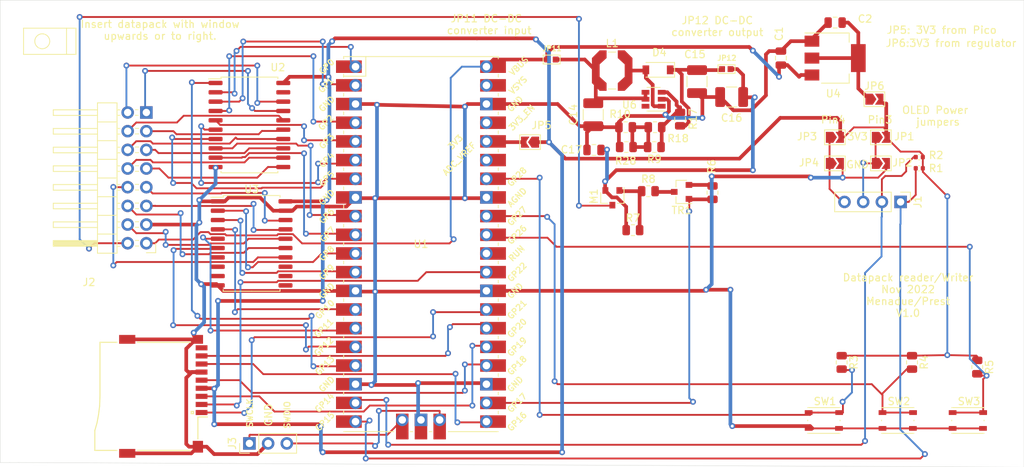
<source format=kicad_pcb>
(kicad_pcb (version 20171130) (host pcbnew 5.1.5+dfsg1-2build2)
  (layers (0 F.Cu signal) (31 B.Cu signal) (34 B.Paste user) (35 F.Paste user) (36 B.SilkS user) (37 F.SilkS user) (38 B.Mask user) (39 F.Mask user) (44 Edge.Cuts user))
  (net 0 "")
  (net 1 GND)
  (net 2 "Net-(C14-Pad1)")
  (net 3 "Net-(C15-Pad1)")
  (net 4 VPP_SUPPLY)
  (net 5 "Net-(D4-Pad2)")
  (net 6 SWDIO)
  (net 7 SWCLK)
  (net 8 VPP_DRIVE)
  (net 9 "Net-(M1-Pad1)")
  (net 10 I2C_SDA)
  (net 11 +3V3)
  (net 12 I2C_SCLK)
  (net 13 SW0)
  (net 14 SW1)
  (net 15 SW2)
  (net 16 VPP_ON)
  (net 17 "Net-(R8-Pad2)")
  (net 18 "Net-(R10-Pad1)")
  (net 19 "Net-(R17-Pad2)")
  (net 20 P_SD0)
  (net 21 P_SD1)
  (net 22 P_SD2)
  (net 23 P_SD3)
  (net 24 P_SD4)
  (net 25 P_SD5)
  (net 26 P_SD6)
  (net 27 P_SD7)
  (net 28 SD7)
  (net 29 SD6)
  (net 30 SD5)
  (net 31 SD4)
  (net 32 SD3)
  (net 33 SD2)
  (net 34 SD1)
  (net 35 SD0)
  (net 36 DATA_DIR)
  (net 37 P_SMR)
  (net 38 P_SOE)
  (net 39 P_SPGM)
  (net 40 P_SS1)
  (net 41 P_SCLK)
  (net 42 SCLK)
  (net 43 SS)
  (net 44 SPGM)
  (net 45 SOE)
  (net 46 SMR)
  (net 47 MOSI_DI)
  (net 48 SD_SS)
  (net 49 SD_DAT2)
  (net 50 SD_CLK)
  (net 51 SD_DAT1)
  (net 52 MISO_D0)
  (net 53 VCC_SLOT)
  (net 54 "Net-(U1-Pad30)")
  (net 55 "Net-(U1-Pad35)")
  (net 56 "Net-(U1-Pad37)")
  (net 57 "Net-(U1-Pad39)")
  (net 58 "Net-(J1-Pad4)")
  (net 59 "Net-(J1-Pad3)")
  (net 60 "Net-(C2-Pad1)")
  (net 61 "Net-(JP5-Pad2)")
  (module Package_TO_SOT_SMD:SOT-223-3_TabPin2 (layer F.Cu) (at 181.356 108.204)
    (fp_text reference U4 (at -0.254 4.826) (layer F.SilkS))
    (fp_text value AMS1117-3.3)
    (pad 1 smd rect (at -3.15 -2.3) (size 2 1.5) (layers F.Cu F.Paste F.Mask) (net 1 GND))
    (pad 3 smd rect (at -3.15 2.3) (size 2 1.5) (layers F.Cu F.Paste F.Mask) (net 53 VCC_SLOT))
    (pad 2 smd rect (at -3.15 0) (size 2 1.5) (layers F.Cu F.Paste F.Mask) (net 60 "Net-(C2-Pad1)"))
    (pad 2 smd rect (at 3.15 0) (size 2 3.8) (layers F.Cu F.Paste F.Mask) (net 60 "Net-(C2-Pad1)"))
  )
  (module Jumper:SolderJumper-2_P1.3mm_Open_TrianglePad1.0x1.5mm (layer F.Cu) (at 186.69 113.792)
    (fp_text reference JP6 (at 0 -1.8) (layer F.SilkS))
    (fp_text value Jumper_NO_Small)
    (pad 1 smd custom (at -0.725 0) (size 0.3 0.3) (layers F.Cu F.Mask) (net 60 "Net-(C2-Pad1)") (options (clearance outline) (anchor rect)) (primitives (gr_poly (pts (xy -0.5 -0.75) (xy 0.5 -0.75) (xy 1 0) (xy 0.5 0.75) (xy -0.5 0.75)) (width 0))))
    (pad 2 smd custom (at 0.725 0) (size 0.3 0.3) (layers F.Cu F.Mask) (net 11 +3V3) (options (clearance outline) (anchor rect)) (primitives (gr_poly (pts (xy -0.65 -0.75) (xy 0.5 -0.75) (xy 0.5 0.75) (xy -0.65 0.75) (xy -0.15 0)) (width 0))))
  )
  (module Jumper:SolderJumper-2_P1.3mm_Open_TrianglePad1.0x1.5mm (layer F.Cu) (at 139.917 119.634 180)
    (fp_text reference JP5 (at -1.561 2.286) (layer F.SilkS))
    (fp_text value Jumper_NO_Small)
    (pad 1 smd custom (at -0.725 0 180) (size 0.3 0.3) (layers F.Cu F.Mask) (net 11 +3V3) (options (clearance outline) (anchor rect)) (primitives (gr_poly (pts (xy -0.5 -0.75) (xy 0.5 -0.75) (xy 1 0) (xy 0.5 0.75) (xy -0.5 0.75)) (width 0))))
    (pad 2 smd custom (at 0.725 0 180) (size 0.3 0.3) (layers F.Cu F.Mask) (net 61 "Net-(JP5-Pad2)") (options (clearance outline) (anchor rect)) (primitives (gr_poly (pts (xy -0.65 -0.75) (xy 0.5 -0.75) (xy 0.5 0.75) (xy -0.65 0.75) (xy -0.15 0)) (width 0))))
  )
  (module Capacitor_SMD:C_0805_2012Metric (layer F.Cu) (at 181.356 103.378 180)
    (fp_text reference C2 (at -4.064 0.508) (layer F.SilkS))
    (fp_text value 100nF)
    (pad 2 smd roundrect (at 0.95 0 180) (size 1 1.45) (layers F.Cu F.Paste F.Mask) (net 1 GND))
    (pad 1 smd roundrect (at -0.95 0 180) (size 1 1.45) (layers F.Cu F.Paste F.Mask) (net 60 "Net-(C2-Pad1)"))
  )
  (module Capacitor_SMD:C_0805_2012Metric (layer F.Cu) (at 173.99 108.204 90)
    (fp_text reference C1 (at 3.302 -0.254 90) (layer F.SilkS))
    (fp_text value 100nF)
    (pad 2 smd roundrect (at 0.95 0 90) (size 1 1.45) (layers F.Cu F.Paste F.Mask) (net 1 GND))
    (pad 1 smd roundrect (at -0.95 0 90) (size 1 1.45) (layers F.Cu F.Paste F.Mask) (net 53 VCC_SLOT))
  )
  (module Jumper:SolderJumper-2_P1.3mm_Open_TrianglePad1.0x1.5mm (layer F.Cu) (at 181.325001 122.525001)
    (fp_text reference JP4 (at -3.525001 -0.097001) (layer F.SilkS))
    (fp_text value Jumper_NO_Small)
    (pad 1 smd custom (at -0.725 0) (size 0.3 0.3) (layers F.Cu F.Mask) (net 58 "Net-(J1-Pad4)") (options (clearance outline) (anchor rect)) (primitives (gr_poly (pts (xy -0.5 -0.75) (xy 0.5 -0.75) (xy 1 0) (xy 0.5 0.75) (xy -0.5 0.75)) (width 0))))
    (pad 2 smd custom (at 0.725 0) (size 0.3 0.3) (layers F.Cu F.Mask) (net 1 GND) (options (clearance outline) (anchor rect)) (primitives (gr_poly (pts (xy -0.65 -0.75) (xy 0.5 -0.75) (xy 0.5 0.75) (xy -0.65 0.75) (xy -0.15 0)) (width 0))))
  )
  (module Jumper:SolderJumper-2_P1.3mm_Open_TrianglePad1.0x1.5mm (layer F.Cu) (at 181.325001 118.975001)
    (fp_text reference JP3 (at -3.779001 -0.103001) (layer F.SilkS))
    (fp_text value Jumper_NO_Small)
    (pad 1 smd custom (at -0.725 0) (size 0.3 0.3) (layers F.Cu F.Mask) (net 58 "Net-(J1-Pad4)") (options (clearance outline) (anchor rect)) (primitives (gr_poly (pts (xy -0.5 -0.75) (xy 0.5 -0.75) (xy 1 0) (xy 0.5 0.75) (xy -0.5 0.75)) (width 0))))
    (pad 2 smd custom (at 0.725 0) (size 0.3 0.3) (layers F.Cu F.Mask) (net 11 +3V3) (options (clearance outline) (anchor rect)) (primitives (gr_poly (pts (xy -0.65 -0.75) (xy 0.5 -0.75) (xy 0.5 0.75) (xy -0.65 0.75) (xy -0.15 0)) (width 0))))
  )
  (module Jumper:SolderJumper-2_P1.3mm_Open_TrianglePad1.0x1.5mm (layer F.Cu) (at 187.575001 122.525001)
    (fp_text reference JP2 (at 2.924999 -0.097001) (layer F.SilkS))
    (fp_text value Jumper_NO_Small)
    (pad 1 smd custom (at -0.725 0) (size 0.3 0.3) (layers F.Cu F.Mask) (net 59 "Net-(J1-Pad3)") (options (clearance outline) (anchor rect)) (primitives (gr_poly (pts (xy -0.5 -0.75) (xy 0.5 -0.75) (xy 1 0) (xy 0.5 0.75) (xy -0.5 0.75)) (width 0))))
    (pad 2 smd custom (at 0.725 0) (size 0.3 0.3) (layers F.Cu F.Mask) (net 1 GND) (options (clearance outline) (anchor rect)) (primitives (gr_poly (pts (xy -0.65 -0.75) (xy 0.5 -0.75) (xy 0.5 0.75) (xy -0.65 0.75) (xy -0.15 0)) (width 0))))
  )
  (module Jumper:SolderJumper-2_P1.3mm_Open_TrianglePad1.0x1.5mm (layer F.Cu) (at 187.575001 118.975001)
    (fp_text reference JP1 (at 3.178999 -0.103001) (layer F.SilkS))
    (fp_text value Jumper_NO_Small)
    (pad 1 smd custom (at -0.725 0) (size 0.3 0.3) (layers F.Cu F.Mask) (net 59 "Net-(J1-Pad3)") (options (clearance outline) (anchor rect)) (primitives (gr_poly (pts (xy -0.5 -0.75) (xy 0.5 -0.75) (xy 1 0) (xy 0.5 0.75) (xy -0.5 0.75)) (width 0))))
    (pad 2 smd custom (at 0.725 0) (size 0.3 0.3) (layers F.Cu F.Mask) (net 11 +3V3) (options (clearance outline) (anchor rect)) (primitives (gr_poly (pts (xy -0.65 -0.75) (xy 0.5 -0.75) (xy 0.5 0.75) (xy -0.65 0.75) (xy -0.15 0)) (width 0))))
  )
  (module Connector_PinHeader_2.54mm:PinHeader_1x04_P2.54mm_Vertical (layer F.Cu) (at 190.246 127.762 270)
    (fp_text reference J1 (at 0 -2.33 90) (layer F.SilkS))
    (fp_text value Conn_01x04_Female)
    (pad 4 thru_hole oval (at 0 7.62 270) (size 1.7 1.7) (drill 1) (layers *.Cu *.Mask) (net 58 "Net-(J1-Pad4)"))
    (pad 3 thru_hole oval (at 0 5.08 270) (size 1.7 1.7) (drill 1) (layers *.Cu *.Mask) (net 59 "Net-(J1-Pad3)"))
    (pad 2 thru_hole oval (at 0 2.54 270) (size 1.7 1.7) (drill 1) (layers *.Cu *.Mask) (net 12 I2C_SCLK))
    (pad 1 thru_hole rect (at 0 0 270) (size 1.7 1.7) (drill 1) (layers *.Cu *.Mask) (net 10 I2C_SDA))
  )
  (module rp2040:RPi_Pico_SMD_TH (layer F.Cu) (at 125.1 133.5)
    (fp_text reference U1 (at 0 0) (layer F.SilkS))
    (fp_text value Pico)
    (fp_text user SWDIO (at -18.166 23.218 90) (layer F.SilkS) (effects (font (size 0.8 0.8))))
    (fp_text user SWCLK (at -23.246 22.964 90) (layer F.SilkS) (effects (font (size 0.8 0.8))))
    (fp_text user AGND (at 13.054 -6.35 45) (layer F.SilkS) (effects (font (size 0.8 0.8))))
    (fp_text user GND (at 12.8 -19.05 45) (layer F.SilkS) (effects (font (size 0.8 0.8))))
    (fp_text user GND (at 12.8 6.35 45) (layer F.SilkS) (effects (font (size 0.8 0.8))))
    (fp_text user GND (at 12.8 19.05 45) (layer F.SilkS) (effects (font (size 0.8 0.8))))
    (fp_text user GND (at -12.8 19.05 45) (layer F.SilkS) (effects (font (size 0.8 0.8))))
    (fp_text user GND (at -12.8 6.35 45) (layer F.SilkS) (effects (font (size 0.8 0.8))))
    (fp_text user GND (at -12.8 -6.35 45) (layer F.SilkS) (effects (font (size 0.8 0.8))))
    (fp_text user GND (at -12.8 -19.05 45) (layer F.SilkS) (effects (font (size 0.8 0.8))))
    (fp_text user VBUS (at 13.3 -24.2 45) (layer F.SilkS) (effects (font (size 0.8 0.8))))
    (fp_text user VSYS (at 13.2 -21.59 45) (layer F.SilkS) (effects (font (size 0.8 0.8))))
    (fp_text user 3V3_EN (at 13.7 -17.2 45) (layer F.SilkS) (effects (font (size 0.8 0.8))))
    (fp_text user 3V3 (at 4.694 -13.866 45) (layer F.SilkS) (effects (font (size 0.8 0.8))))
    (fp_text user ADC_VREF (at 5.202 -11.58 45) (layer F.SilkS) (effects (font (size 0.8 0.8))))
    (fp_text user GP28 (at 13.054 -9.144 45) (layer F.SilkS) (effects (font (size 0.8 0.8))))
    (fp_text user GP27 (at 13.054 -3.8 45) (layer F.SilkS) (effects (font (size 0.8 0.8))))
    (fp_text user GP26 (at 13.054 -1.27 45) (layer F.SilkS) (effects (font (size 0.8 0.8))))
    (fp_text user RUN (at 13 1.27 45) (layer F.SilkS) (effects (font (size 0.8 0.8))))
    (fp_text user GP22 (at 13.054 3.81 45) (layer F.SilkS) (effects (font (size 0.8 0.8))))
    (fp_text user GP21 (at 13.054 8.9 45) (layer F.SilkS) (effects (font (size 0.8 0.8))))
    (fp_text user GP20 (at 13.054 11.43 45) (layer F.SilkS) (effects (font (size 0.8 0.8))))
    (fp_text user GP19 (at 13.054 13.97 45) (layer F.SilkS) (effects (font (size 0.8 0.8))))
    (fp_text user GP18 (at 13.054 16.51 45) (layer F.SilkS) (effects (font (size 0.8 0.8))))
    (fp_text user GP17 (at 13.054 21.59 45) (layer F.SilkS) (effects (font (size 0.8 0.8))))
    (fp_text user GP16 (at 13.054 24.13 45) (layer F.SilkS) (effects (font (size 0.8 0.8))))
    (fp_text user GP15 (at -13.054 24.13 45) (layer F.SilkS) (effects (font (size 0.8 0.8))))
    (fp_text user GP14 (at -13.1 21.59 45) (layer F.SilkS) (effects (font (size 0.8 0.8))))
    (fp_text user GP13 (at -13.054 16.51 45) (layer F.SilkS) (effects (font (size 0.8 0.8))))
    (fp_text user GP12 (at -13.2 13.97 45) (layer F.SilkS) (effects (font (size 0.8 0.8))))
    (fp_text user GP11 (at -13.2 11.43 45) (layer F.SilkS) (effects (font (size 0.8 0.8))))
    (fp_text user GP10 (at -13.054 8.89 45) (layer F.SilkS) (effects (font (size 0.8 0.8))))
    (fp_text user GP9 (at -12.8 3.81 45) (layer F.SilkS) (effects (font (size 0.8 0.8))))
    (fp_text user GP8 (at -12.8 1.27 45) (layer F.SilkS) (effects (font (size 0.8 0.8))))
    (fp_text user GP7 (at -12.7 -1.3 45) (layer F.SilkS) (effects (font (size 0.8 0.8))))
    (fp_text user GP6 (at -12.8 -3.81 45) (layer F.SilkS) (effects (font (size 0.8 0.8))))
    (fp_text user GP5 (at -12.8 -8.89 45) (layer F.SilkS) (effects (font (size 0.8 0.8))))
    (fp_text user GP4 (at -12.8 -11.43 45) (layer F.SilkS) (effects (font (size 0.8 0.8))))
    (fp_text user GP3 (at -12.8 -13.97 45) (layer F.SilkS) (effects (font (size 0.8 0.8))))
    (fp_text user GP0 (at -12.8 -24.13 45) (layer F.SilkS) (effects (font (size 0.8 0.8))))
    (fp_text user GP2 (at -12.9 -16.51 45) (layer F.SilkS) (effects (font (size 0.8 0.8))))
    (fp_text user GP1 (at -12.9 -21.6 45) (layer F.SilkS) (effects (font (size 0.8 0.8))))
    (pad 43 thru_hole oval (at 2.54 23.9) (size 1.7 1.7) (drill 1.02) (layers *.Cu *.Mask) (net 6 SWDIO))
    (pad 43 smd rect (at 2.54 23.9 90) (size 3.5 1.7) (drill (offset -0.9 0)) (layers F.Cu F.Mask) (net 6 SWDIO))
    (pad 42 thru_hole rect (at 0 23.9) (size 1.7 1.7) (drill 1.02) (layers *.Cu *.Mask) (net 1 GND))
    (pad 42 smd rect (at 0 23.9 90) (size 3.5 1.7) (drill (offset -0.9 0)) (layers F.Cu F.Mask) (net 1 GND))
    (pad 41 thru_hole oval (at -2.54 23.9) (size 1.7 1.7) (drill 1.02) (layers *.Cu *.Mask) (net 7 SWCLK))
    (pad 41 smd rect (at -2.54 23.9 90) (size 3.5 1.7) (drill (offset -0.9 0)) (layers F.Cu F.Mask) (net 7 SWCLK))
    (pad "" np_thru_hole oval (at 2.425 -20.97) (size 1.5 1.5) (drill 1.5) (layers *.Cu *.Mask))
    (pad "" np_thru_hole oval (at -2.425 -20.97) (size 1.5 1.5) (drill 1.5) (layers *.Cu *.Mask))
    (pad "" np_thru_hole oval (at 2.725 -24) (size 1.8 1.8) (drill 1.8) (layers *.Cu *.Mask))
    (pad "" np_thru_hole oval (at -2.725 -24) (size 1.8 1.8) (drill 1.8) (layers *.Cu *.Mask))
    (pad 21 smd rect (at 8.89 24.13) (size 3.5 1.7) (drill (offset 0.9 0)) (layers F.Cu F.Mask) (net 52 MISO_D0))
    (pad 22 smd rect (at 8.89 21.59) (size 3.5 1.7) (drill (offset 0.9 0)) (layers F.Cu F.Mask) (net 16 VPP_ON))
    (pad 23 smd rect (at 8.89 19.05) (size 3.5 1.7) (drill (offset 0.9 0)) (layers F.Cu F.Mask) (net 1 GND))
    (pad 24 smd rect (at 8.89 16.51) (size 3.5 1.7) (drill (offset 0.9 0)) (layers F.Cu F.Mask) (net 50 SD_CLK))
    (pad 25 smd rect (at 8.89 13.97) (size 3.5 1.7) (drill (offset 0.9 0)) (layers F.Cu F.Mask) (net 47 MOSI_DI))
    (pad 26 smd rect (at 8.89 11.43) (size 3.5 1.7) (drill (offset 0.9 0)) (layers F.Cu F.Mask) (net 51 SD_DAT1))
    (pad 27 smd rect (at 8.89 8.89) (size 3.5 1.7) (drill (offset 0.9 0)) (layers F.Cu F.Mask) (net 49 SD_DAT2))
    (pad 28 smd rect (at 8.89 6.35) (size 3.5 1.7) (drill (offset 0.9 0)) (layers F.Cu F.Mask) (net 1 GND))
    (pad 29 smd rect (at 8.89 3.81) (size 3.5 1.7) (drill (offset 0.9 0)) (layers F.Cu F.Mask) (net 48 SD_SS))
    (pad 30 smd rect (at 8.89 1.27) (size 3.5 1.7) (drill (offset 0.9 0)) (layers F.Cu F.Mask) (net 54 "Net-(U1-Pad30)"))
    (pad 31 smd rect (at 8.89 -1.27) (size 3.5 1.7) (drill (offset 0.9 0)) (layers F.Cu F.Mask) (net 15 SW2))
    (pad 32 smd rect (at 8.89 -3.81) (size 3.5 1.7) (drill (offset 0.9 0)) (layers F.Cu F.Mask) (net 14 SW1))
    (pad 33 smd rect (at 8.89 -6.35) (size 3.5 1.7) (drill (offset 0.9 0)) (layers F.Cu F.Mask) (net 1 GND))
    (pad 34 smd rect (at 8.89 -8.89) (size 3.5 1.7) (drill (offset 0.9 0)) (layers F.Cu F.Mask) (net 13 SW0))
    (pad 35 smd rect (at 8.89 -11.43) (size 3.5 1.7) (drill (offset 0.9 0)) (layers F.Cu F.Mask) (net 55 "Net-(U1-Pad35)"))
    (pad 36 smd rect (at 8.89 -13.97) (size 3.5 1.7) (drill (offset 0.9 0)) (layers F.Cu F.Mask) (net 61 "Net-(JP5-Pad2)"))
    (pad 37 smd rect (at 8.89 -16.51) (size 3.5 1.7) (drill (offset 0.9 0)) (layers F.Cu F.Mask) (net 56 "Net-(U1-Pad37)"))
    (pad 38 smd rect (at 8.89 -19.05) (size 3.5 1.7) (drill (offset 0.9 0)) (layers F.Cu F.Mask) (net 1 GND))
    (pad 39 smd rect (at 8.89 -21.59) (size 3.5 1.7) (drill (offset 0.9 0)) (layers F.Cu F.Mask) (net 57 "Net-(U1-Pad39)"))
    (pad 40 smd rect (at 8.89 -24.13) (size 3.5 1.7) (drill (offset 0.9 0)) (layers F.Cu F.Mask) (net 53 VCC_SLOT))
    (pad 20 smd rect (at -8.89 24.13) (size 3.5 1.7) (drill (offset -0.9 0)) (layers F.Cu F.Mask) (net 10 I2C_SDA))
    (pad 19 smd rect (at -8.89 21.59) (size 3.5 1.7) (drill (offset -0.9 0)) (layers F.Cu F.Mask) (net 12 I2C_SCLK))
    (pad 18 smd rect (at -8.89 19.05) (size 3.5 1.7) (drill (offset -0.9 0)) (layers F.Cu F.Mask) (net 1 GND))
    (pad 17 smd rect (at -8.89 16.51) (size 3.5 1.7) (drill (offset -0.9 0)) (layers F.Cu F.Mask) (net 36 DATA_DIR))
    (pad 16 smd rect (at -8.89 13.97) (size 3.5 1.7) (drill (offset -0.9 0)) (layers F.Cu F.Mask) (net 42 SCLK))
    (pad 15 smd rect (at -8.89 11.43) (size 3.5 1.7) (drill (offset -0.9 0)) (layers F.Cu F.Mask) (net 43 SS))
    (pad 14 smd rect (at -8.89 8.89) (size 3.5 1.7) (drill (offset -0.9 0)) (layers F.Cu F.Mask) (net 44 SPGM))
    (pad 13 smd rect (at -8.89 6.35) (size 3.5 1.7) (drill (offset -0.9 0)) (layers F.Cu F.Mask) (net 1 GND))
    (pad 12 smd rect (at -8.89 3.81) (size 3.5 1.7) (drill (offset -0.9 0)) (layers F.Cu F.Mask) (net 45 SOE))
    (pad 11 smd rect (at -8.89 1.27) (size 3.5 1.7) (drill (offset -0.9 0)) (layers F.Cu F.Mask) (net 46 SMR))
    (pad 10 smd rect (at -8.89 -1.27) (size 3.5 1.7) (drill (offset -0.9 0)) (layers F.Cu F.Mask) (net 28 SD7))
    (pad 9 smd rect (at -8.89 -3.81) (size 3.5 1.7) (drill (offset -0.9 0)) (layers F.Cu F.Mask) (net 29 SD6))
    (pad 8 smd rect (at -8.89 -6.35) (size 3.5 1.7) (drill (offset -0.9 0)) (layers F.Cu F.Mask) (net 1 GND))
    (pad 7 smd rect (at -8.89 -8.89) (size 3.5 1.7) (drill (offset -0.9 0)) (layers F.Cu F.Mask) (net 30 SD5))
    (pad 6 smd rect (at -8.89 -11.43) (size 3.5 1.7) (drill (offset -0.9 0)) (layers F.Cu F.Mask) (net 31 SD4))
    (pad 5 smd rect (at -8.89 -13.97) (size 3.5 1.7) (drill (offset -0.9 0)) (layers F.Cu F.Mask) (net 32 SD3))
    (pad 4 smd rect (at -8.89 -16.51) (size 3.5 1.7) (drill (offset -0.9 0)) (layers F.Cu F.Mask) (net 33 SD2))
    (pad 3 smd rect (at -8.89 -19.05) (size 3.5 1.7) (drill (offset -0.9 0)) (layers F.Cu F.Mask) (net 1 GND))
    (pad 2 smd rect (at -8.89 -21.59) (size 3.5 1.7) (drill (offset -0.9 0)) (layers F.Cu F.Mask) (net 34 SD1))
    (pad 1 smd rect (at -8.89 -24.13) (size 3.5 1.7) (drill (offset -0.9 0)) (layers F.Cu F.Mask) (net 35 SD0))
    (pad 40 thru_hole oval (at 8.89 -24.13) (size 1.7 1.7) (drill 1.02) (layers *.Cu *.Mask) (net 53 VCC_SLOT))
    (pad 39 thru_hole oval (at 8.89 -21.59) (size 1.7 1.7) (drill 1.02) (layers *.Cu *.Mask) (net 57 "Net-(U1-Pad39)"))
    (pad 38 thru_hole rect (at 8.89 -19.05) (size 1.7 1.7) (drill 1.02) (layers *.Cu *.Mask) (net 1 GND))
    (pad 37 thru_hole oval (at 8.89 -16.51) (size 1.7 1.7) (drill 1.02) (layers *.Cu *.Mask) (net 56 "Net-(U1-Pad37)"))
    (pad 36 thru_hole oval (at 8.89 -13.97) (size 1.7 1.7) (drill 1.02) (layers *.Cu *.Mask) (net 61 "Net-(JP5-Pad2)"))
    (pad 35 thru_hole oval (at 8.89 -11.43) (size 1.7 1.7) (drill 1.02) (layers *.Cu *.Mask) (net 55 "Net-(U1-Pad35)"))
    (pad 34 thru_hole oval (at 8.89 -8.89) (size 1.7 1.7) (drill 1.02) (layers *.Cu *.Mask) (net 13 SW0))
    (pad 33 thru_hole rect (at 8.89 -6.35) (size 1.7 1.7) (drill 1.02) (layers *.Cu *.Mask) (net 1 GND))
    (pad 32 thru_hole oval (at 8.89 -3.81) (size 1.7 1.7) (drill 1.02) (layers *.Cu *.Mask) (net 14 SW1))
    (pad 31 thru_hole oval (at 8.89 -1.27) (size 1.7 1.7) (drill 1.02) (layers *.Cu *.Mask) (net 15 SW2))
    (pad 30 thru_hole oval (at 8.89 1.27) (size 1.7 1.7) (drill 1.02) (layers *.Cu *.Mask) (net 54 "Net-(U1-Pad30)"))
    (pad 29 thru_hole oval (at 8.89 3.81) (size 1.7 1.7) (drill 1.02) (layers *.Cu *.Mask) (net 48 SD_SS))
    (pad 28 thru_hole rect (at 8.89 6.35) (size 1.7 1.7) (drill 1.02) (layers *.Cu *.Mask) (net 1 GND))
    (pad 27 thru_hole oval (at 8.89 8.89) (size 1.7 1.7) (drill 1.02) (layers *.Cu *.Mask) (net 49 SD_DAT2))
    (pad 26 thru_hole oval (at 8.89 11.43) (size 1.7 1.7) (drill 1.02) (layers *.Cu *.Mask) (net 51 SD_DAT1))
    (pad 25 thru_hole oval (at 8.89 13.97) (size 1.7 1.7) (drill 1.02) (layers *.Cu *.Mask) (net 47 MOSI_DI))
    (pad 24 thru_hole oval (at 8.89 16.51) (size 1.7 1.7) (drill 1.02) (layers *.Cu *.Mask) (net 50 SD_CLK))
    (pad 23 thru_hole rect (at 8.89 19.05) (size 1.7 1.7) (drill 1.02) (layers *.Cu *.Mask) (net 1 GND))
    (pad 22 thru_hole oval (at 8.89 21.59) (size 1.7 1.7) (drill 1.02) (layers *.Cu *.Mask) (net 16 VPP_ON))
    (pad 21 thru_hole oval (at 8.89 24.13) (size 1.7 1.7) (drill 1.02) (layers *.Cu *.Mask) (net 52 MISO_D0))
    (pad 20 thru_hole oval (at -8.89 24.13) (size 1.7 1.7) (drill 1.02) (layers *.Cu *.Mask) (net 10 I2C_SDA))
    (pad 19 thru_hole oval (at -8.89 21.59) (size 1.7 1.7) (drill 1.02) (layers *.Cu *.Mask) (net 12 I2C_SCLK))
    (pad 18 thru_hole rect (at -8.89 19.05) (size 1.7 1.7) (drill 1.02) (layers *.Cu *.Mask) (net 1 GND))
    (pad 17 thru_hole oval (at -8.89 16.51) (size 1.7 1.7) (drill 1.02) (layers *.Cu *.Mask) (net 36 DATA_DIR))
    (pad 16 thru_hole oval (at -8.89 13.97) (size 1.7 1.7) (drill 1.02) (layers *.Cu *.Mask) (net 42 SCLK))
    (pad 15 thru_hole oval (at -8.89 11.43) (size 1.7 1.7) (drill 1.02) (layers *.Cu *.Mask) (net 43 SS))
    (pad 14 thru_hole oval (at -8.89 8.89) (size 1.7 1.7) (drill 1.02) (layers *.Cu *.Mask) (net 44 SPGM))
    (pad 13 thru_hole rect (at -8.89 6.35) (size 1.7 1.7) (drill 1.02) (layers *.Cu *.Mask) (net 1 GND))
    (pad 12 thru_hole oval (at -8.89 3.81) (size 1.7 1.7) (drill 1.02) (layers *.Cu *.Mask) (net 45 SOE))
    (pad 11 thru_hole oval (at -8.89 1.27) (size 1.7 1.7) (drill 1.02) (layers *.Cu *.Mask) (net 46 SMR))
    (pad 10 thru_hole oval (at -8.89 -1.27) (size 1.7 1.7) (drill 1.02) (layers *.Cu *.Mask) (net 28 SD7))
    (pad 9 thru_hole oval (at -8.89 -3.81) (size 1.7 1.7) (drill 1.02) (layers *.Cu *.Mask) (net 29 SD6))
    (pad 8 thru_hole rect (at -8.89 -6.35) (size 1.7 1.7) (drill 1.02) (layers *.Cu *.Mask) (net 1 GND))
    (pad 7 thru_hole oval (at -8.89 -8.89) (size 1.7 1.7) (drill 1.02) (layers *.Cu *.Mask) (net 30 SD5))
    (pad 6 thru_hole oval (at -8.89 -11.43) (size 1.7 1.7) (drill 1.02) (layers *.Cu *.Mask) (net 31 SD4))
    (pad 5 thru_hole oval (at -8.89 -13.97) (size 1.7 1.7) (drill 1.02) (layers *.Cu *.Mask) (net 32 SD3))
    (pad 4 thru_hole oval (at -8.89 -16.51) (size 1.7 1.7) (drill 1.02) (layers *.Cu *.Mask) (net 33 SD2))
    (pad 3 thru_hole rect (at -8.89 -19.05) (size 1.7 1.7) (drill 1.02) (layers *.Cu *.Mask) (net 1 GND))
    (pad 2 thru_hole oval (at -8.89 -21.59) (size 1.7 1.7) (drill 1.02) (layers *.Cu *.Mask) (net 34 SD1))
    (pad 1 thru_hole oval (at -8.89 -24.13) (size 1.7 1.7) (drill 1.02) (layers *.Cu *.Mask) (net 35 SD0))
  )
  (module ajm_kicad:PinHeader_2x08_P2.54mm_Horizontal_psionSide (layer F.Cu) (at 87.8 133.4 180)
    (fp_text reference J2 (at 7.79 -5.284) (layer F.SilkS))
    (fp_text value Conn_02x08_Odd_Even)
    (pad 1 thru_hole rect (at 0 17.8) (size 1.7 1.7) (drill 1) (layers *.Cu *.Mask) (net 21 P_SD1))
    (pad 2 thru_hole oval (at 2.54 17.8) (size 1.7 1.7) (drill 1) (layers *.Cu *.Mask) (net 20 P_SD0))
    (pad 3 thru_hole oval (at 0 15.26) (size 1.7 1.7) (drill 1) (layers *.Cu *.Mask) (net 23 P_SD3))
    (pad 4 thru_hole oval (at 2.54 15.26) (size 1.7 1.7) (drill 1) (layers *.Cu *.Mask) (net 22 P_SD2))
    (pad 5 thru_hole oval (at 0 12.72) (size 1.7 1.7) (drill 1) (layers *.Cu *.Mask) (net 25 P_SD5))
    (pad 6 thru_hole oval (at 2.54 12.72) (size 1.7 1.7) (drill 1) (layers *.Cu *.Mask) (net 24 P_SD4))
    (pad 7 thru_hole oval (at 0 10.18) (size 1.7 1.7) (drill 1) (layers *.Cu *.Mask) (net 27 P_SD7))
    (pad 8 thru_hole oval (at 2.54 10.18) (size 1.7 1.7) (drill 1) (layers *.Cu *.Mask) (net 26 P_SD6))
    (pad 9 thru_hole oval (at 0 7.64) (size 1.7 1.7) (drill 1) (layers *.Cu *.Mask) (net 37 P_SMR))
    (pad 10 thru_hole oval (at 2.54 7.64) (size 1.7 1.7) (drill 1) (layers *.Cu *.Mask) (net 41 P_SCLK))
    (pad 11 thru_hole oval (at 0 5.1) (size 1.7 1.7) (drill 1) (layers *.Cu *.Mask) (net 38 P_SOE))
    (pad 12 thru_hole oval (at 2.54 5.1) (size 1.7 1.7) (drill 1) (layers *.Cu *.Mask) (net 40 P_SS1))
    (pad 13 thru_hole oval (at 0 2.56) (size 1.7 1.7) (drill 1) (layers *.Cu *.Mask) (net 1 GND))
    (pad 14 thru_hole oval (at 2.54 2.56) (size 1.7 1.7) (drill 1) (layers *.Cu *.Mask) (net 39 P_SPGM))
    (pad 15 thru_hole oval (at 0 0.02) (size 1.7 1.7) (drill 1) (layers *.Cu *.Mask) (net 53 VCC_SLOT))
    (pad 16 thru_hole oval (at 2.54 0.02) (size 1.7 1.7) (drill 1) (layers *.Cu *.Mask) (net 8 VPP_DRIVE))
  )
  (module ajm_kicad:Conn_uSDcard (layer F.Cu) (at 84.8 154.2 270)
    (fp_text reference XS1)
    (fp_text value 502p_SD_ebay-uSD-push_push_SMD)
    (pad 3 smd rect (at 0 -10.5 270) (size 0.7 1.6) (layers F.Cu F.Paste F.Mask) (net 47 MOSI_DI))
    (pad 2 smd rect (at 1.1 -10.5 270) (size 0.7 1.6) (layers F.Cu F.Paste F.Mask) (net 48 SD_SS))
    (pad 1 smd rect (at 2.2 -10.5 270) (size 0.7 1.6) (layers F.Cu F.Paste F.Mask) (net 49 SD_DAT2))
    (pad 4 smd rect (at -1.1 -10.5 270) (size 0.7 1.6) (layers F.Cu F.Paste F.Mask) (net 11 +3V3))
    (pad 5 smd rect (at -2.2 -10.5 270) (size 0.7 1.6) (layers F.Cu F.Paste F.Mask) (net 50 SD_CLK))
    (pad 6 smd rect (at -3.3 -10.5 270) (size 0.7 1.6) (layers F.Cu F.Paste F.Mask) (net 1 GND))
    (pad 8 smd rect (at -5.5 -10.5 270) (size 0.7 1.6) (layers F.Cu F.Paste F.Mask) (net 51 SD_DAT1))
    (pad 7 smd rect (at -4.4 -10.5 270) (size 0.7 1.6) (layers F.Cu F.Paste F.Mask) (net 52 MISO_D0))
    (pad 9 smd rect (at -6.6 -10.5 270) (size 0.7 1.6) (layers F.Cu F.Paste F.Mask))
    (pad 6 smd rect (at -7.75 -10 270) (size 1.2 1.4) (layers F.Cu F.Paste F.Mask) (net 1 GND))
    (pad 6 smd rect (at 6.85 -10 270) (size 1.6 1.4) (layers F.Cu F.Paste F.Mask) (net 1 GND))
    (pad 6 smd rect (at -7.75 -0.4 270) (size 1.2 2.2) (layers F.Cu F.Paste F.Mask) (net 1 GND))
    (pad 6 smd rect (at 7.75 -0.4 270) (size 1.2 2.2) (layers F.Cu F.Paste F.Mask) (net 1 GND))
  )
  (module Package_TO_SOT_SMD:SOT-23-6 (layer F.Cu) (at 156.7 113.8 180)
    (fp_text reference U6 (at 3.284 -0.754) (layer F.SilkS))
    (fp_text value Regulator_Switching_MT3608)
    (pad 5 smd rect (at 1.1 0 180) (size 1.06 0.65) (layers F.Cu F.Paste F.Mask) (net 2 "Net-(C14-Pad1)"))
    (pad 6 smd rect (at 1.1 -0.95 180) (size 1.06 0.65) (layers F.Cu F.Paste F.Mask))
    (pad 4 smd rect (at 1.1 0.95 180) (size 1.06 0.65) (layers F.Cu F.Paste F.Mask) (net 2 "Net-(C14-Pad1)"))
    (pad 3 smd rect (at -1.1 0.95 180) (size 1.06 0.65) (layers F.Cu F.Paste F.Mask) (net 19 "Net-(R17-Pad2)"))
    (pad 2 smd rect (at -1.1 0 180) (size 1.06 0.65) (layers F.Cu F.Paste F.Mask) (net 1 GND))
    (pad 1 smd rect (at -1.1 -0.95 180) (size 1.06 0.65) (layers F.Cu F.Paste F.Mask) (net 5 "Net-(D4-Pad2)"))
  )
  (module Package_SO:SOP-20_7.5x12.8mm_P1.27mm (layer F.Cu) (at 102.1 133.4)
    (fp_text reference U3 (at 0 -7.35) (layer F.SilkS))
    (fp_text value 74LS245)
    (pad 20 smd roundrect (at 4.6 -5.715) (size 1.9 0.6) (layers F.Cu F.Paste F.Mask) (net 11 +3V3))
    (pad 19 smd roundrect (at 4.6 -4.445) (size 1.9 0.6) (layers F.Cu F.Paste F.Mask) (net 1 GND))
    (pad 18 smd roundrect (at 4.6 -3.175) (size 1.9 0.6) (layers F.Cu F.Paste F.Mask) (net 37 P_SMR))
    (pad 17 smd roundrect (at 4.6 -1.905) (size 1.9 0.6) (layers F.Cu F.Paste F.Mask) (net 38 P_SOE))
    (pad 16 smd roundrect (at 4.6 -0.635) (size 1.9 0.6) (layers F.Cu F.Paste F.Mask) (net 39 P_SPGM))
    (pad 15 smd roundrect (at 4.6 0.635) (size 1.9 0.6) (layers F.Cu F.Paste F.Mask) (net 40 P_SS1))
    (pad 14 smd roundrect (at 4.6 1.905) (size 1.9 0.6) (layers F.Cu F.Paste F.Mask) (net 41 P_SCLK))
    (pad 13 smd roundrect (at 4.6 3.175) (size 1.9 0.6) (layers F.Cu F.Paste F.Mask))
    (pad 12 smd roundrect (at 4.6 4.445) (size 1.9 0.6) (layers F.Cu F.Paste F.Mask))
    (pad 11 smd roundrect (at 4.6 5.715) (size 1.9 0.6) (layers F.Cu F.Paste F.Mask))
    (pad 10 smd roundrect (at -4.6 5.715) (size 1.9 0.6) (layers F.Cu F.Paste F.Mask) (net 1 GND))
    (pad 9 smd roundrect (at -4.6 4.445) (size 1.9 0.6) (layers F.Cu F.Paste F.Mask))
    (pad 8 smd roundrect (at -4.6 3.175) (size 1.9 0.6) (layers F.Cu F.Paste F.Mask))
    (pad 7 smd roundrect (at -4.6 1.905) (size 1.9 0.6) (layers F.Cu F.Paste F.Mask))
    (pad 6 smd roundrect (at -4.6 0.635) (size 1.9 0.6) (layers F.Cu F.Paste F.Mask) (net 42 SCLK))
    (pad 5 smd roundrect (at -4.6 -0.635) (size 1.9 0.6) (layers F.Cu F.Paste F.Mask) (net 43 SS))
    (pad 4 smd roundrect (at -4.6 -1.905) (size 1.9 0.6) (layers F.Cu F.Paste F.Mask) (net 44 SPGM))
    (pad 3 smd roundrect (at -4.6 -3.175) (size 1.9 0.6) (layers F.Cu F.Paste F.Mask) (net 45 SOE))
    (pad 2 smd roundrect (at -4.6 -4.445) (size 1.9 0.6) (layers F.Cu F.Paste F.Mask) (net 46 SMR))
    (pad 1 smd roundrect (at -4.6 -5.715) (size 1.9 0.6) (layers F.Cu F.Paste F.Mask) (net 1 GND))
  )
  (module Package_SO:SOP-20_7.5x12.8mm_P1.27mm (layer F.Cu) (at 101.8 117.3)
    (fp_text reference U2 (at 3.864 -7.826) (layer F.SilkS))
    (fp_text value 74LS245)
    (pad 20 smd roundrect (at 4.6 -5.715) (size 1.9 0.6) (layers F.Cu F.Paste F.Mask) (net 11 +3V3))
    (pad 19 smd roundrect (at 4.6 -4.445) (size 1.9 0.6) (layers F.Cu F.Paste F.Mask))
    (pad 18 smd roundrect (at 4.6 -3.175) (size 1.9 0.6) (layers F.Cu F.Paste F.Mask) (net 20 P_SD0))
    (pad 17 smd roundrect (at 4.6 -1.905) (size 1.9 0.6) (layers F.Cu F.Paste F.Mask) (net 21 P_SD1))
    (pad 16 smd roundrect (at 4.6 -0.635) (size 1.9 0.6) (layers F.Cu F.Paste F.Mask) (net 22 P_SD2))
    (pad 15 smd roundrect (at 4.6 0.635) (size 1.9 0.6) (layers F.Cu F.Paste F.Mask) (net 23 P_SD3))
    (pad 14 smd roundrect (at 4.6 1.905) (size 1.9 0.6) (layers F.Cu F.Paste F.Mask) (net 24 P_SD4))
    (pad 13 smd roundrect (at 4.6 3.175) (size 1.9 0.6) (layers F.Cu F.Paste F.Mask) (net 25 P_SD5))
    (pad 12 smd roundrect (at 4.6 4.445) (size 1.9 0.6) (layers F.Cu F.Paste F.Mask) (net 26 P_SD6))
    (pad 11 smd roundrect (at 4.6 5.715) (size 1.9 0.6) (layers F.Cu F.Paste F.Mask) (net 27 P_SD7))
    (pad 10 smd roundrect (at -4.6 5.715) (size 1.9 0.6) (layers F.Cu F.Paste F.Mask) (net 1 GND))
    (pad 9 smd roundrect (at -4.6 4.445) (size 1.9 0.6) (layers F.Cu F.Paste F.Mask) (net 28 SD7))
    (pad 8 smd roundrect (at -4.6 3.175) (size 1.9 0.6) (layers F.Cu F.Paste F.Mask) (net 29 SD6))
    (pad 7 smd roundrect (at -4.6 1.905) (size 1.9 0.6) (layers F.Cu F.Paste F.Mask) (net 30 SD5))
    (pad 6 smd roundrect (at -4.6 0.635) (size 1.9 0.6) (layers F.Cu F.Paste F.Mask) (net 31 SD4))
    (pad 5 smd roundrect (at -4.6 -0.635) (size 1.9 0.6) (layers F.Cu F.Paste F.Mask) (net 32 SD3))
    (pad 4 smd roundrect (at -4.6 -1.905) (size 1.9 0.6) (layers F.Cu F.Paste F.Mask) (net 33 SD2))
    (pad 3 smd roundrect (at -4.6 -3.175) (size 1.9 0.6) (layers F.Cu F.Paste F.Mask) (net 34 SD1))
    (pad 2 smd roundrect (at -4.6 -4.445) (size 1.9 0.6) (layers F.Cu F.Paste F.Mask) (net 35 SD0))
    (pad 1 smd roundrect (at -4.6 -5.715) (size 1.9 0.6) (layers F.Cu F.Paste F.Mask) (net 36 DATA_DIR))
  )
  (module Package_TO_SOT_SMD:SOT-23 (layer F.Cu) (at 160.5 126.4 180)
    (fp_text reference TR1 (at 0 -2.5) (layer F.SilkS))
    (fp_text value Si2302CDS-n-channel)
    (pad 3 smd rect (at 1 0 180) (size 0.9 0.8) (layers F.Cu F.Paste F.Mask) (net 17 "Net-(R8-Pad2)"))
    (pad 2 smd rect (at -1 0.95 180) (size 0.9 0.8) (layers F.Cu F.Paste F.Mask) (net 1 GND))
    (pad 1 smd rect (at -1 -0.95 180) (size 0.9 0.8) (layers F.Cu F.Paste F.Mask) (net 16 VPP_ON))
  )
  (module Button_Switch_SMD:SW_Push_1P1T_NO_Vertical_Wuerth_434133025816 (layer F.Cu) (at 199.39 157.48)
    (fp_text reference SW3 (at 0.15 -2.6) (layer F.SilkS))
    (fp_text value sw)
    (pad 2 smd rect (at 2.05 1.075) (size 1.05 0.65) (layers F.Cu F.Paste F.Mask) (net 1 GND))
    (pad 1 smd rect (at 2.075 -1.075) (size 1.05 0.65) (layers F.Cu F.Paste F.Mask) (net 15 SW2))
    (pad 2 smd rect (at -2.075 1.075) (size 1.05 0.65) (layers F.Cu F.Paste F.Mask) (net 1 GND))
    (pad 1 smd rect (at -2.075 -1.075) (size 1.05 0.65) (layers F.Cu F.Paste F.Mask) (net 15 SW2))
  )
  (module Button_Switch_SMD:SW_Push_1P1T_NO_Vertical_Wuerth_434133025816 (layer F.Cu) (at 189.865 157.48)
    (fp_text reference SW2 (at 0.15 -2.6) (layer F.SilkS))
    (fp_text value sw)
    (pad 2 smd rect (at 2.05 1.075) (size 1.05 0.65) (layers F.Cu F.Paste F.Mask) (net 1 GND))
    (pad 1 smd rect (at 2.075 -1.075) (size 1.05 0.65) (layers F.Cu F.Paste F.Mask) (net 14 SW1))
    (pad 2 smd rect (at -2.075 1.075) (size 1.05 0.65) (layers F.Cu F.Paste F.Mask) (net 1 GND))
    (pad 1 smd rect (at -2.075 -1.075) (size 1.05 0.65) (layers F.Cu F.Paste F.Mask) (net 14 SW1))
  )
  (module Button_Switch_SMD:SW_Push_1P1T_NO_Vertical_Wuerth_434133025816 (layer F.Cu) (at 179.832 157.48)
    (fp_text reference SW1 (at 0.15 -2.6) (layer F.SilkS))
    (fp_text value sw)
    (pad 2 smd rect (at 2.05 1.075) (size 1.05 0.65) (layers F.Cu F.Paste F.Mask) (net 1 GND))
    (pad 1 smd rect (at 2.075 -1.075) (size 1.05 0.65) (layers F.Cu F.Paste F.Mask) (net 13 SW0))
    (pad 2 smd rect (at -2.075 1.075) (size 1.05 0.65) (layers F.Cu F.Paste F.Mask) (net 1 GND))
    (pad 1 smd rect (at -2.075 -1.075) (size 1.05 0.65) (layers F.Cu F.Paste F.Mask) (net 13 SW0))
  )
  (module Resistor_SMD:R_0805_2012Metric (layer F.Cu) (at 153 120.3 180)
    (fp_text reference R28 (at 0.092 -1.874) (layer F.SilkS))
    (fp_text value ???????????)
    (pad 2 smd roundrect (at 0.9125 0 180) (size 1.025 1.4) (layers F.Cu F.Paste F.Mask) (roundrect_rratio 0.243902) (net 1 GND))
    (pad 1 smd roundrect (at -0.9125 0 180) (size 1.025 1.4) (layers F.Cu F.Paste F.Mask) (roundrect_rratio 0.243902) (net 18 "Net-(R10-Pad1)"))
  )
  (module Resistor_SMD:R_0805_2012Metric (layer F.Cu) (at 156.8875 117.6 180)
    (fp_text reference R18 (at -3.1325 -1.526) (layer F.SilkS))
    (fp_text value ????)
    (pad 2 smd roundrect (at 0.9125 0 180) (size 1.025 1.4) (layers F.Cu F.Paste F.Mask) (roundrect_rratio 0.243902) (net 18 "Net-(R10-Pad1)"))
    (pad 1 smd roundrect (at -0.9125 0 180) (size 1.025 1.4) (layers F.Cu F.Paste F.Mask) (roundrect_rratio 0.243902) (net 19 "Net-(R17-Pad2)"))
  )
  (module Resistor_SMD:R_0805_2012Metric (layer F.Cu) (at 160.3 116.5 90)
    (fp_text reference R17 (at 0 1.752 90) (layer F.SilkS))
    (fp_text value 100k)
    (pad 2 smd roundrect (at 0.9125 0 90) (size 1.025 1.4) (layers F.Cu F.Paste F.Mask) (roundrect_rratio 0.243902) (net 19 "Net-(R17-Pad2)"))
    (pad 1 smd roundrect (at -0.9125 0 90) (size 1.025 1.4) (layers F.Cu F.Paste F.Mask) (roundrect_rratio 0.243902) (net 3 "Net-(C15-Pad1)"))
  )
  (module Resistor_SMD:R_0805_2012Metric (layer F.Cu) (at 152.9 117.6 180)
    (fp_text reference R10 (at 0.754 1.776) (layer F.SilkS))
    (fp_text value R_Small)
    (pad 2 smd roundrect (at 0.9125 0 180) (size 1.025 1.4) (layers F.Cu F.Paste F.Mask) (roundrect_rratio 0.243902) (net 1 GND))
    (pad 1 smd roundrect (at -0.9125 0 180) (size 1.025 1.4) (layers F.Cu F.Paste F.Mask) (roundrect_rratio 0.243902) (net 18 "Net-(R10-Pad1)"))
  )
  (module Resistor_SMD:R_0805_2012Metric (layer F.Cu) (at 156.8 120.3 180)
    (fp_text reference R9 (at 0 -1.65) (layer F.SilkS))
    (fp_text value R_Small)
    (pad 2 smd roundrect (at 0.9125 0 180) (size 1.025 1.4) (layers F.Cu F.Paste F.Mask) (roundrect_rratio 0.243902) (net 18 "Net-(R10-Pad1)"))
    (pad 1 smd roundrect (at -0.9125 0 180) (size 1.025 1.4) (layers F.Cu F.Paste F.Mask) (roundrect_rratio 0.243902) (net 19 "Net-(R17-Pad2)"))
  )
  (module Resistor_SMD:R_0805_2012Metric (layer F.Cu) (at 155.9875 126.3)
    (fp_text reference R8 (at 0 -1.65) (layer F.SilkS))
    (fp_text value R_Small)
    (pad 2 smd roundrect (at 0.9125 0) (size 1.025 1.4) (layers F.Cu F.Paste F.Mask) (roundrect_rratio 0.243902) (net 17 "Net-(R8-Pad2)"))
    (pad 1 smd roundrect (at -0.9125 0) (size 1.025 1.4) (layers F.Cu F.Paste F.Mask) (roundrect_rratio 0.243902) (net 9 "Net-(M1-Pad1)"))
  )
  (module Resistor_SMD:R_0805_2012Metric (layer F.Cu) (at 153.8875 131.6)
    (fp_text reference R7 (at 0 -1.65) (layer F.SilkS))
    (fp_text value 10k)
    (pad 2 smd roundrect (at 0.9125 0) (size 1.025 1.4) (layers F.Cu F.Paste F.Mask) (roundrect_rratio 0.243902) (net 9 "Net-(M1-Pad1)"))
    (pad 1 smd roundrect (at -0.9125 0) (size 1.025 1.4) (layers F.Cu F.Paste F.Mask) (roundrect_rratio 0.243902) (net 4 VPP_SUPPLY))
  )
  (module Resistor_SMD:R_0805_2012Metric (layer F.Cu) (at 164.7 126.5 90)
    (fp_text reference R6 (at 3.564 -0.108 90) (layer F.SilkS))
    (fp_text value 10k)
    (pad 2 smd roundrect (at 0.9125 0 90) (size 1.025 1.4) (layers F.Cu F.Paste F.Mask) (roundrect_rratio 0.243902) (net 1 GND))
    (pad 1 smd roundrect (at -0.9125 0 90) (size 1.025 1.4) (layers F.Cu F.Paste F.Mask) (roundrect_rratio 0.243902) (net 16 VPP_ON))
  )
  (module Resistor_SMD:R_0805_2012Metric (layer F.Cu) (at 200.66 150.2175 270)
    (fp_text reference R5 (at 0 -1.65 90) (layer F.SilkS))
    (fp_text value R_Small)
    (pad 2 smd roundrect (at 0.9125 0 270) (size 1.025 1.4) (layers F.Cu F.Paste F.Mask) (roundrect_rratio 0.243902) (net 15 SW2))
    (pad 1 smd roundrect (at -0.9125 0 270) (size 1.025 1.4) (layers F.Cu F.Paste F.Mask) (roundrect_rratio 0.243902) (net 11 +3V3))
  )
  (module Resistor_SMD:R_0805_2012Metric (layer F.Cu) (at 191.8 149.5825 270)
    (fp_text reference R4 (at 0 -1.65 90) (layer F.SilkS))
    (fp_text value R_Small)
    (pad 2 smd roundrect (at 0.9125 0 270) (size 1.025 1.4) (layers F.Cu F.Paste F.Mask) (roundrect_rratio 0.243902) (net 14 SW1))
    (pad 1 smd roundrect (at -0.9125 0 270) (size 1.025 1.4) (layers F.Cu F.Paste F.Mask) (roundrect_rratio 0.243902) (net 11 +3V3))
  )
  (module Resistor_SMD:R_0805_2012Metric (layer F.Cu) (at 182.245 149.5825 270)
    (fp_text reference R3 (at 0 -1.65 90) (layer F.SilkS))
    (fp_text value R_Small)
    (pad 2 smd roundrect (at 0.9125 0 270) (size 1.025 1.4) (layers F.Cu F.Paste F.Mask) (roundrect_rratio 0.243902) (net 13 SW0))
    (pad 1 smd roundrect (at -0.9125 0 270) (size 1.025 1.4) (layers F.Cu F.Paste F.Mask) (roundrect_rratio 0.243902) (net 11 +3V3))
  )
  (module Capacitor_SMD:C_0402_1005Metric (layer F.Cu) (at 192.786 121.666 180)
    (fp_text reference R2 (at -2.286 0.254) (layer F.SilkS))
    (fp_text value 4k7)
    (pad 2 smd roundrect (at 0.48 0 180) (size 0.56 0.62) (layers F.Cu F.Paste F.Mask) (net 12 I2C_SCLK))
    (pad 1 smd roundrect (at -0.48 0 180) (size 0.56 0.62) (layers F.Cu F.Paste F.Mask) (net 11 +3V3))
  )
  (module Capacitor_SMD:C_0402_1005Metric (layer F.Cu) (at 192.786 123.19 180)
    (fp_text reference R1 (at -2.286 0) (layer F.SilkS))
    (fp_text value 4k7)
    (pad 2 smd roundrect (at 0.48 0 180) (size 0.56 0.62) (layers F.Cu F.Paste F.Mask) (net 10 I2C_SDA))
    (pad 1 smd roundrect (at -0.48 0 180) (size 0.56 0.62) (layers F.Cu F.Paste F.Mask) (net 11 +3V3))
  )
  (module Package_TO_SOT_SMD:SOT-23 (layer F.Cu) (at 151.1 127.2 270)
    (fp_text reference M1 (at -0.2 2.51 90) (layer F.SilkS))
    (fp_text value P-CHANNEL-MOSFET)
    (pad 3 smd rect (at 1 0 270) (size 0.9 0.8) (layers F.Cu F.Paste F.Mask) (net 8 VPP_DRIVE))
    (pad 2 smd rect (at -1 0.95 270) (size 0.9 0.8) (layers F.Cu F.Paste F.Mask) (net 4 VPP_SUPPLY))
    (pad 1 smd rect (at -1 -0.95 270) (size 0.9 0.8) (layers F.Cu F.Paste F.Mask) (net 9 "Net-(M1-Pad1)"))
  )
  (module Inductor_SMD:L_Coilcraft_LPS5030 (layer F.Cu) (at 151.0725 109.9)
    (fp_text reference L1 (at 0 -3.7) (layer F.SilkS))
    (fp_text value 22uH)
    (pad 2 smd custom (at 2.2275 0) (size 1.055 3.4) (layers F.Cu F.Paste F.Mask) (net 5 "Net-(D4-Pad2)") (options (clearance outline) (anchor rect)) (primitives (gr_poly (pts (xy -1.4675 -1.7) (xy -0.5275 -0.8445) (xy -0.5275 0.8445) (xy -1.4675 1.7) (xy -1.4675 2.755) (xy -0.5275 2.755) (xy 0.5275 1.7) (xy 0.5275 -1.7) (xy -0.5275 -2.755) (xy -1.4675 -2.755)) (width 0))))
    (pad 1 smd custom (at -2.2275 0) (size 1.055 3.4) (layers F.Cu F.Paste F.Mask) (net 2 "Net-(C14-Pad1)") (options (clearance outline) (anchor rect)) (primitives (gr_poly (pts (xy 1.4675 -1.7) (xy 0.5275 -0.8445) (xy 0.5275 0.8445) (xy 1.4675 1.7) (xy 1.4675 2.755) (xy 0.5275 2.755) (xy -0.5275 1.7) (xy -0.5275 -1.7) (xy 0.5275 -2.755) (xy 1.4675 -2.755)) (width 0))))
  )
  (module psion_org_2:SolderJumper-2_P1.3mm_Open_Pad0.8x0.8mm (layer F.Cu) (at 166.65 109.7)
    (fp_text reference JP12 (at 0 -1.5) (layer F.SilkS) (effects (font (size 0.7 0.7))))
    (fp_text value SolderJumper_2_Open)
    (pad 2 smd rect (at 0.5 0) (size 0.8 0.8) (layers F.Cu F.Mask) (net 4 VPP_SUPPLY))
    (pad 1 smd rect (at -0.65 0) (size 0.8 0.8) (layers F.Cu F.Mask) (net 3 "Net-(C15-Pad1)"))
  )
  (module psion_org_2:SolderJumper-2_P1.3mm_Open_Pad0.8x0.8mm (layer F.Cu) (at 142.9 108.4)
    (fp_text reference JP11 (at 0 -1.5) (layer F.SilkS) (effects (font (size 0.7 0.7))))
    (fp_text value Jumper_NO_Small)
    (pad 2 smd rect (at 0.5 0) (size 0.8 0.8) (layers F.Cu F.Mask) (net 2 "Net-(C14-Pad1)"))
    (pad 1 smd rect (at -0.65 0) (size 0.8 0.8) (layers F.Cu F.Mask) (net 53 VCC_SLOT))
  )
  (module Connector_PinHeader_2.54mm:PinHeader_1x03_P2.54mm_Vertical (layer F.Cu) (at 101.8 160.6 90)
    (fp_text reference J3 (at 0 -2.33 90) (layer F.SilkS))
    (fp_text value Conn_01x03_Female)
    (pad 3 thru_hole oval (at 0 5.08 90) (size 1.7 1.7) (drill 1) (layers *.Cu *.Mask) (net 6 SWDIO))
    (pad 2 thru_hole oval (at 0 2.54 90) (size 1.7 1.7) (drill 1) (layers *.Cu *.Mask) (net 1 GND))
    (pad 1 thru_hole rect (at 0 0 90) (size 1.7 1.7) (drill 1) (layers *.Cu *.Mask) (net 7 SWCLK))
  )
  (module Diode_SMD:D_SOD-123 (layer F.Cu) (at 157.3 109.8 180)
    (fp_text reference D4 (at -0.18 2.358) (layer F.SilkS))
    (fp_text value SS36)
    (pad 2 smd rect (at 1.65 0 180) (size 0.9 1.2) (layers F.Cu F.Paste F.Mask) (net 5 "Net-(D4-Pad2)"))
    (pad 1 smd rect (at -1.65 0 180) (size 0.9 1.2) (layers F.Cu F.Paste F.Mask) (net 3 "Net-(C15-Pad1)"))
  )
  (module Capacitor_SMD:C_0805_2012Metric (layer F.Cu) (at 148.6 120.7 180)
    (fp_text reference C17 (at 3.058 0.05) (layer F.SilkS))
    (fp_text value 100nF)
    (pad 2 smd roundrect (at 0.95 0 180) (size 1 1.45) (layers F.Cu F.Paste F.Mask) (net 1 GND))
    (pad 1 smd roundrect (at -0.95 0 180) (size 1 1.45) (layers F.Cu F.Paste F.Mask) (net 4 VPP_SUPPLY))
  )
  (module Capacitor_SMD:C_1210_3225Metric_Pad1.33x2.70mm_HandSolder (layer F.Cu) (at 167.3 113.5 180)
    (fp_text reference C16 (at 0 -2.832) (layer F.SilkS))
    (fp_text value 10uF)
    (pad 2 smd roundrect (at 1.5625 0 180) (size 1.325 2.7) (layers F.Cu F.Paste F.Mask) (roundrect_rratio 0.188679) (net 1 GND))
    (pad 1 smd roundrect (at -1.5625 0 180) (size 1.325 2.7) (layers F.Cu F.Paste F.Mask) (roundrect_rratio 0.188679) (net 4 VPP_SUPPLY))
  )
  (module Capacitor_SMD:C_1210_3225Metric_Pad1.33x2.70mm_HandSolder (layer F.Cu) (at 162.6 111.4 270)
    (fp_text reference C15 (at -3.704 0.294 180) (layer F.SilkS))
    (fp_text value 22uF)
    (pad 2 smd roundrect (at 1.5625 0 270) (size 1.325 2.7) (layers F.Cu F.Paste F.Mask) (roundrect_rratio 0.188679) (net 1 GND))
    (pad 1 smd roundrect (at -1.5625 0 270) (size 1.325 2.7) (layers F.Cu F.Paste F.Mask) (roundrect_rratio 0.188679) (net 3 "Net-(C15-Pad1)"))
  )
  (module Capacitor_SMD:C_1210_3225Metric_Pad1.33x2.70mm_HandSolder (layer F.Cu) (at 148.5 115.9 270)
    (fp_text reference C14 (at 0 2.704 90) (layer F.SilkS))
    (fp_text value 22uF)
    (pad 2 smd roundrect (at 1.5625 0 270) (size 1.325 2.7) (layers F.Cu F.Paste F.Mask) (roundrect_rratio 0.188679) (net 1 GND))
    (pad 1 smd roundrect (at -1.5625 0 270) (size 1.325 2.7) (layers F.Cu F.Paste F.Mask) (roundrect_rratio 0.188679) (net 2 "Net-(C14-Pad1)"))
  )
  (gr_text "JP6:3V3 from regulator" (at 197.104 106.172) (layer F.SilkS) (effects (font (size 1 1))))
  (gr_text "JP5: 3V3 from Pico" (at 195.834 104.394) (layer F.SilkS) (effects (font (size 1 1))))
  (gr_text "OLED Power \njumpers" (at 195.326 116.078) (layer F.SilkS) (effects (font (size 1 1))))
  (gr_text "JP12 DC-DC\nconverter output" (at 165.354 103.886) (layer F.SilkS) (effects (font (size 1 1))))
  (gr_text "JP11 DC-DC \nconverter input" (at 134.366 103.632) (layer F.SilkS) (effects (font (size 1 1))))
  (gr_line (start 76.962 104.14) (end 76.962 107.696) (layer F.SilkS) (width 0.12))
  (gr_circle (center 73.66 105.918) (end 73.66 104.902) (layer F.SilkS) (width 0.12))
  (gr_line (start 71.12 107.696) (end 71.12 104.14) (layer F.SilkS) (width 0.12))
  (gr_line (start 78.232 107.696) (end 71.12 107.696) (layer F.SilkS) (width 0.12))
  (gr_line (start 78.232 104.14) (end 78.232 107.696) (layer F.SilkS) (width 0.12))
  (gr_line (start 71.12 104.14) (end 78.232 104.14) (layer F.SilkS) (width 0.12))
  (gr_text "Insert datapack with window\nupwards or to right." (at 89.662 104.394) (layer F.SilkS) (effects (font (size 1 1))))
  (gr_text GND (at 184.404 122.682) (layer F.SilkS) (effects (font (size 1 1))))
  (gr_text Pin3 (at 187.452 116.586) (layer F.SilkS) (effects (font (size 1 1))))
  (gr_text 3V3 (at 184.404 118.872) (layer F.SilkS) (effects (font (size 1 1))))
  (gr_text Pin4 (at 181.102 116.586) (layer F.SilkS) (effects (font (size 1 1))))
  (gr_text "Datapack reader/Writer\nNov 2022\nMenadue/Prest\nV1.0" (at 191.262 140.462) (layer F.SilkS) (effects (font (size 1 1))))
  (gr_text GND (at 104.394 156.718 90) (layer F.SilkS) (effects (font (size 1 1))))
  (gr_line (start 67.945 163.195) (end 67.945 100.33) (layer Edge.Cuts) (width 0.05))
  (gr_line (start 69.215 163.195) (end 67.945 163.195) (layer Edge.Cuts) (width 0.05))
  (gr_line (start 70.485 163.195) (end 69.215 163.195) (layer Edge.Cuts) (width 0.05))
  (gr_line (start 207.01 163.83) (end 70.485 163.195) (layer Edge.Cuts) (width 0.05))
  (gr_line (start 207.01 100.33) (end 207.01 163.83) (layer Edge.Cuts) (width 0.05))
  (gr_line (start 67.945 100.33) (end 207.01 100.33) (layer Edge.Cuts) (width 0.05))
  (segment (start 198.09 158.555) (end 201.44 158.555) (width 0.25) (layer F.Cu) (net 1))
  (segment (start 197.315 158.555) (end 198.09 158.555) (width 0.25) (layer F.Cu) (net 1))
  (segment (start 197.315 158.555) (end 191.915 158.555) (width 0.25) (layer F.Cu) (net 1))
  (segment (start 191.915 158.555) (end 187.79 158.555) (width 0.25) (layer F.Cu) (net 1))
  (segment (start 187.79 158.555) (end 182.39 158.555) (width 0.25) (layer F.Cu) (net 1))
  (segment (start 178.265 158.555) (end 182.39 158.555) (width 0.25) (layer F.Cu) (net 1))
  (segment (start 148.6375 117.6) (end 148.5 117.4625) (width 0.5) (layer F.Cu) (net 1))
  (segment (start 151.9875 120.2) (end 152.0875 120.3) (width 0.5) (layer F.Cu) (net 1))
  (segment (start 151.9875 117.6) (end 151.9875 120.2) (width 0.5) (layer F.Cu) (net 1))
  (segment (start 158.780001 115.435001) (end 158.780001 114.064999) (width 0.5) (layer F.Cu) (net 1))
  (segment (start 158.515002 113.8) (end 157.8 113.8) (width 0.5) (layer F.Cu) (net 1))
  (segment (start 158.137002 116.078) (end 158.780001 115.435001) (width 0.5) (layer F.Cu) (net 1))
  (segment (start 152.8095 116.078) (end 158.137002 116.078) (width 0.5) (layer F.Cu) (net 1))
  (segment (start 151.9875 116.9) (end 152.8095 116.078) (width 0.5) (layer F.Cu) (net 1))
  (segment (start 158.780001 114.064999) (end 158.515002 113.8) (width 0.5) (layer F.Cu) (net 1))
  (segment (start 151.9875 117.6) (end 151.9875 116.9) (width 0.5) (layer F.Cu) (net 1))
  (segment (start 147.65 118.3125) (end 148.5 117.4625) (width 0.5) (layer F.Cu) (net 1))
  (segment (start 147.65 120.7) (end 147.65 118.3125) (width 0.5) (layer F.Cu) (net 1))
  (segment (start 163.1375 113.5) (end 162.6 112.9625) (width 0.5) (layer F.Cu) (net 1))
  (segment (start 165.7375 113.5) (end 163.1375 113.5) (width 0.5) (layer F.Cu) (net 1))
  (segment (start 164.5625 125.45) (end 164.7 125.5875) (width 0.5) (layer F.Cu) (net 1))
  (segment (start 161.5 125.45) (end 164.5625 125.45) (width 0.5) (layer F.Cu) (net 1))
  (via (at 94.996 130.556) (size 0.8) (drill 0.4) (layers F.Cu B.Cu) (net 1))
  (segment (start 94.712 130.84) (end 94.996 130.556) (width 0.5) (layer F.Cu) (net 1))
  (segment (start 87.8 130.84) (end 94.712 130.84) (width 0.5) (layer F.Cu) (net 1))
  (via (at 94.996 127.508) (size 0.8) (drill 0.4) (layers F.Cu B.Cu) (net 1))
  (segment (start 94.996 130.556) (end 94.996 127.508) (width 0.5) (layer B.Cu) (net 1))
  (segment (start 94.996 127.508) (end 97.2 125.304) (width 0.5) (layer B.Cu) (net 1))
  (segment (start 97.5 127.685) (end 97.713 127.685) (width 0.5) (layer F.Cu) (net 1))
  (via (at 95.25 138.938) (size 0.8) (drill 0.4) (layers F.Cu B.Cu) (net 1))
  (segment (start 94.596001 138.284001) (end 95.25 138.938) (width 0.5) (layer B.Cu) (net 1))
  (segment (start 94.596001 130.955999) (end 94.596001 138.284001) (width 0.5) (layer B.Cu) (net 1))
  (segment (start 94.996 130.556) (end 94.596001 130.955999) (width 0.5) (layer B.Cu) (net 1))
  (segment (start 97.323 138.938) (end 97.5 139.115) (width 0.5) (layer F.Cu) (net 1))
  (segment (start 95.25 138.938) (end 97.323 138.938) (width 0.5) (layer F.Cu) (net 1))
  (segment (start 95.649999 144.126001) (end 94.234 145.542) (width 0.5) (layer B.Cu) (net 1))
  (segment (start 95.649999 139.337999) (end 95.649999 144.126001) (width 0.5) (layer B.Cu) (net 1))
  (via (at 94.234 145.542) (size 0.8) (drill 0.4) (layers F.Cu B.Cu) (net 1))
  (segment (start 95.25 138.938) (end 95.649999 139.337999) (width 0.5) (layer B.Cu) (net 1))
  (segment (start 94.234 145.884) (end 94.8 146.45) (width 0.5) (layer F.Cu) (net 1))
  (segment (start 94.234 145.542) (end 94.234 145.884) (width 0.5) (layer F.Cu) (net 1))
  (segment (start 94.8 146.45) (end 85.2 146.45) (width 0.5) (layer F.Cu) (net 1))
  (segment (start 94.489998 146.45) (end 93.218 147.721998) (width 0.5) (layer F.Cu) (net 1))
  (segment (start 94.8 146.45) (end 94.489998 146.45) (width 0.5) (layer F.Cu) (net 1))
  (segment (start 93.218 147.721998) (end 93.218 150.622) (width 0.5) (layer F.Cu) (net 1))
  (segment (start 93.496 150.9) (end 95.3 150.9) (width 0.5) (layer F.Cu) (net 1))
  (segment (start 93.218 150.622) (end 93.496 150.9) (width 0.5) (layer F.Cu) (net 1))
  (segment (start 94 150.9) (end 93.218 151.682) (width 0.5) (layer F.Cu) (net 1))
  (segment (start 95.3 150.9) (end 94 150.9) (width 0.5) (layer F.Cu) (net 1))
  (segment (start 93.6 161.05) (end 94.8 161.05) (width 0.5) (layer F.Cu) (net 1))
  (segment (start 93.218 160.668) (end 93.6 161.05) (width 0.5) (layer F.Cu) (net 1))
  (segment (start 93.218 151.682) (end 93.218 160.668) (width 0.5) (layer F.Cu) (net 1))
  (segment (start 93.9 161.95) (end 94.8 161.05) (width 0.5) (layer F.Cu) (net 1))
  (segment (start 85.2 161.95) (end 93.9 161.95) (width 0.5) (layer F.Cu) (net 1))
  (segment (start 96 161.05) (end 97.002 162.052) (width 0.5) (layer F.Cu) (net 1))
  (segment (start 94.8 161.05) (end 96 161.05) (width 0.5) (layer F.Cu) (net 1))
  (segment (start 102.888 162.052) (end 104.34 160.6) (width 0.5) (layer F.Cu) (net 1))
  (segment (start 97.002 162.052) (end 102.888 162.052) (width 0.5) (layer F.Cu) (net 1))
  (via (at 118.364 152.654) (size 0.8) (drill 0.4) (layers F.Cu B.Cu) (net 1))
  (segment (start 118.26 152.55) (end 118.364 152.654) (width 0.5) (layer F.Cu) (net 1))
  (segment (start 116.21 152.55) (end 118.26 152.55) (width 0.5) (layer F.Cu) (net 1))
  (via (at 118.872 139.954) (size 0.8) (drill 0.4) (layers F.Cu B.Cu) (net 1))
  (segment (start 118.872 152.146) (end 118.872 139.954) (width 0.5) (layer B.Cu) (net 1))
  (segment (start 118.364 152.654) (end 118.872 152.146) (width 0.5) (layer B.Cu) (net 1))
  (segment (start 116.314 139.954) (end 116.21 139.85) (width 0.5) (layer F.Cu) (net 1))
  (segment (start 118.872 139.954) (end 116.314 139.954) (width 0.5) (layer F.Cu) (net 1))
  (via (at 124.714 152.4) (size 0.8) (drill 0.4) (layers F.Cu B.Cu) (net 1))
  (segment (start 124.46 152.654) (end 124.714 152.4) (width 0.5) (layer F.Cu) (net 1))
  (segment (start 118.364 152.654) (end 124.46 152.654) (width 0.5) (layer F.Cu) (net 1))
  (segment (start 124.714 157.014) (end 125.1 157.4) (width 0.5) (layer B.Cu) (net 1))
  (segment (start 124.714 152.4) (end 124.714 157.014) (width 0.5) (layer B.Cu) (net 1))
  (segment (start 114.970001 128.389999) (end 116.21 127.15) (width 0.5) (layer F.Cu) (net 1))
  (segment (start 107.65 128.955) (end 108.215001 128.389999) (width 0.5) (layer F.Cu) (net 1))
  (segment (start 108.215001 128.389999) (end 114.970001 128.389999) (width 0.5) (layer F.Cu) (net 1))
  (segment (start 106.7 128.955) (end 107.65 128.955) (width 0.5) (layer F.Cu) (net 1))
  (segment (start 133.99 114.45) (end 143.66 114.45) (width 0.5) (layer F.Cu) (net 1))
  (segment (start 149.7205 117.4625) (end 149.86 117.602) (width 0.5) (layer F.Cu) (net 1))
  (segment (start 146.6725 117.4625) (end 149.7205 117.4625) (width 0.5) (layer F.Cu) (net 1))
  (segment (start 143.66 114.45) (end 146.6725 117.4625) (width 0.5) (layer F.Cu) (net 1))
  (segment (start 149.86 117.602) (end 148.6375 117.6) (width 0.5) (layer F.Cu) (net 1))
  (segment (start 151.9875 117.6) (end 149.86 117.602) (width 0.5) (layer F.Cu) (net 1))
  (via (at 131.064 114.808) (size 0.8) (drill 0.4) (layers F.Cu B.Cu) (net 1))
  (segment (start 131.422 114.45) (end 131.064 114.808) (width 0.5) (layer F.Cu) (net 1))
  (segment (start 133.99 114.45) (end 131.422 114.45) (width 0.5) (layer F.Cu) (net 1))
  (via (at 131.064 127.254) (size 0.8) (drill 0.4) (layers F.Cu B.Cu) (net 1))
  (segment (start 131.064 114.808) (end 131.064 127.254) (width 0.5) (layer B.Cu) (net 1))
  (segment (start 133.886 127.254) (end 133.99 127.15) (width 0.5) (layer F.Cu) (net 1))
  (segment (start 131.064 127.254) (end 133.886 127.254) (width 0.5) (layer F.Cu) (net 1))
  (segment (start 116.314 127.254) (end 116.21 127.15) (width 0.5) (layer F.Cu) (net 1))
  (segment (start 133.886 139.954) (end 118.872 139.954) (width 0.5) (layer F.Cu) (net 1))
  (segment (start 133.99 139.85) (end 133.886 139.954) (width 0.5) (layer F.Cu) (net 1))
  (via (at 119.126 114.554) (size 0.8) (drill 0.4) (layers F.Cu B.Cu) (net 1))
  (segment (start 119.022 114.45) (end 119.126 114.554) (width 0.5) (layer F.Cu) (net 1))
  (segment (start 116.21 114.45) (end 119.022 114.45) (width 0.5) (layer F.Cu) (net 1))
  (segment (start 119.126 114.554) (end 131.064 114.808) (width 0.5) (layer F.Cu) (net 1))
  (segment (start 119.126 127) (end 118.872 127.254) (width 0.5) (layer B.Cu) (net 1))
  (segment (start 119.126 114.554) (end 119.126 127) (width 0.5) (layer B.Cu) (net 1))
  (via (at 118.872 127.254) (size 0.8) (drill 0.4) (layers F.Cu B.Cu) (net 1))
  (segment (start 118.872 127.254) (end 116.314 127.254) (width 0.5) (layer F.Cu) (net 1))
  (segment (start 131.064 127.254) (end 118.872 127.254) (width 0.5) (layer F.Cu) (net 1))
  (segment (start 118.872 127.254) (end 118.872 139.954) (width 0.5) (layer B.Cu) (net 1))
  (segment (start 116.19499 139.86501) (end 116.21 139.85) (width 0.5) (layer F.Cu) (net 1))
  (segment (start 98.25001 139.86501) (end 116.19499 139.86501) (width 0.5) (layer F.Cu) (net 1))
  (segment (start 97.5 139.115) (end 98.25001 139.86501) (width 0.5) (layer F.Cu) (net 1))
  (via (at 163.83 139.7) (size 0.8) (drill 0.4) (layers F.Cu B.Cu) (net 1))
  (segment (start 163.68 139.85) (end 163.83 139.7) (width 0.5) (layer F.Cu) (net 1))
  (segment (start 133.99 139.85) (end 163.68 139.85) (width 0.5) (layer F.Cu) (net 1))
  (via (at 164.592 124.294) (size 0.8) (drill 0.4) (layers F.Cu B.Cu) (net 1))
  (segment (start 164.592 138.938) (end 164.592 124.294) (width 0.5) (layer B.Cu) (net 1))
  (segment (start 163.83 139.7) (end 164.592 138.938) (width 0.5) (layer B.Cu) (net 1))
  (segment (start 164.592 125.4795) (end 164.7 125.5875) (width 0.5) (layer F.Cu) (net 1))
  (segment (start 164.592 124.294) (end 164.592 125.4795) (width 0.5) (layer F.Cu) (net 1))
  (via (at 158.307959 115.889959) (size 0.8) (drill 0.4) (layers F.Cu B.Cu) (net 1))
  (segment (start 158.137002 116.060916) (end 158.307959 115.889959) (width 0.5) (layer F.Cu) (net 1))
  (segment (start 158.137002 116.078) (end 158.137002 116.060916) (width 0.5) (layer F.Cu) (net 1))
  (via (at 163.322 116.332) (size 0.8) (drill 0.4) (layers F.Cu B.Cu) (net 1))
  (segment (start 158.75 116.332) (end 163.322 116.332) (width 0.5) (layer B.Cu) (net 1))
  (segment (start 158.307959 115.889959) (end 158.75 116.332) (width 0.5) (layer B.Cu) (net 1))
  (segment (start 163.322 113.6845) (end 162.6 112.9625) (width 0.5) (layer F.Cu) (net 1))
  (segment (start 163.322 116.332) (end 163.322 113.6845) (width 0.5) (layer F.Cu) (net 1))
  (via (at 167.132 139.7) (size 0.8) (drill 0.4) (layers F.Cu B.Cu) (net 1))
  (segment (start 163.83 139.7) (end 167.132 139.7) (width 0.5) (layer F.Cu) (net 1))
  (via (at 167.386 158.242) (size 0.8) (drill 0.4) (layers F.Cu B.Cu) (net 1))
  (segment (start 167.132 157.988) (end 167.386 158.242) (width 0.5) (layer B.Cu) (net 1))
  (segment (start 167.132 139.7) (end 167.132 157.988) (width 0.5) (layer B.Cu) (net 1))
  (segment (start 177.952 158.242) (end 178.265 158.555) (width 0.5) (layer F.Cu) (net 1))
  (segment (start 167.386 158.242) (end 177.952 158.242) (width 0.5) (layer F.Cu) (net 1))
  (via (at 178.054 124.46) (size 0.8) (drill 0.4) (layers F.Cu B.Cu) (net 1))
  (segment (start 177.888 124.294) (end 178.054 124.46) (width 0.5) (layer F.Cu) (net 1))
  (segment (start 164.592 124.294) (end 177.888 124.294) (width 0.5) (layer F.Cu) (net 1))
  (via (at 182.372 124.46) (size 0.8) (drill 0.4) (layers F.Cu B.Cu) (net 1))
  (segment (start 178.054 124.46) (end 182.372 124.46) (width 0.5) (layer B.Cu) (net 1))
  (segment (start 133.84 152.4) (end 133.99 152.55) (width 0.5) (layer F.Cu) (net 1))
  (segment (start 124.714 152.4) (end 133.84 152.4) (width 0.5) (layer F.Cu) (net 1))
  (segment (start 188.300001 122.525001) (end 188.300001 123.275001) (width 0.25) (layer F.Cu) (net 1))
  (segment (start 175.34 105.904) (end 178.206 105.904) (width 0.5) (layer F.Cu) (net 1))
  (segment (start 173.99 107.254) (end 175.34 105.904) (width 0.5) (layer F.Cu) (net 1))
  (segment (start 178.206 105.578) (end 180.406 103.378) (width 0.5) (layer F.Cu) (net 1))
  (segment (start 178.206 105.904) (end 178.206 105.578) (width 0.5) (layer F.Cu) (net 1))
  (segment (start 169.929992 115.30001) (end 171.958 113.272002) (width 0.5) (layer F.Cu) (net 1))
  (segment (start 167.53751 115.30001) (end 169.929992 115.30001) (width 0.5) (layer F.Cu) (net 1))
  (segment (start 165.7375 113.5) (end 167.53751 115.30001) (width 0.5) (layer F.Cu) (net 1))
  (segment (start 171.958 113.272002) (end 171.958 107.696) (width 0.5) (layer F.Cu) (net 1))
  (segment (start 172.4 107.254) (end 173.99 107.254) (width 0.5) (layer F.Cu) (net 1))
  (segment (start 171.958 107.696) (end 172.4 107.254) (width 0.5) (layer F.Cu) (net 1))
  (segment (start 97.2 125.304) (end 97.2 123.11499) (width 0.5) (layer B.Cu) (net 1))
  (via (at 97.2 123.11499) (size 0.8) (drill 0.4) (layers F.Cu B.Cu) (net 1))
  (segment (start 95.173 127.685) (end 94.996 127.508) (width 0.5) (layer F.Cu) (net 1))
  (segment (start 97.5 127.685) (end 95.173 127.685) (width 0.5) (layer F.Cu) (net 1))
  (segment (start 98.45 127.685) (end 97.5 127.685) (width 0.5) (layer F.Cu) (net 1))
  (segment (start 98.969001 127.165999) (end 98.45 127.685) (width 0.5) (layer F.Cu) (net 1))
  (segment (start 103.248996 127.165999) (end 98.969001 127.165999) (width 0.5) (layer F.Cu) (net 1))
  (segment (start 105.037997 128.955) (end 103.248996 127.165999) (width 0.5) (layer F.Cu) (net 1))
  (segment (start 106.7 128.955) (end 105.037997 128.955) (width 0.5) (layer F.Cu) (net 1))
  (segment (start 182.372 122.847) (end 182.050001 122.525001) (width 0.25) (layer F.Cu) (net 1))
  (segment (start 182.372 124.46) (end 182.372 122.847) (width 0.25) (layer F.Cu) (net 1))
  (segment (start 182.372 124.46) (end 187.198 124.46) (width 0.25) (layer F.Cu) (net 1))
  (segment (start 188.300001 123.357999) (end 188.300001 122.525001) (width 0.25) (layer F.Cu) (net 1))
  (segment (start 187.198 124.46) (end 188.300001 123.357999) (width 0.25) (layer F.Cu) (net 1))
  (segment (start 147.345 108.4) (end 148.845 109.9) (width 0.5) (layer F.Cu) (net 2))
  (segment (start 143.4 108.4) (end 147.345 108.4) (width 0.5) (layer F.Cu) (net 2))
  (segment (start 148.845 113.9925) (end 148.5 114.3375) (width 0.5) (layer F.Cu) (net 2))
  (segment (start 148.845 109.9) (end 148.845 113.9925) (width 0.5) (layer F.Cu) (net 2))
  (segment (start 155.475 113.675) (end 155.6 113.8) (width 0.5) (layer F.Cu) (net 2))
  (segment (start 149.1625 113.675) (end 155.475 113.675) (width 0.5) (layer F.Cu) (net 2))
  (segment (start 148.5 114.3375) (end 149.1625 113.675) (width 0.5) (layer F.Cu) (net 2))
  (segment (start 155.6 113.8) (end 155.6 112.85) (width 0.5) (layer F.Cu) (net 2))
  (segment (start 162.5625 109.8) (end 162.6 109.8375) (width 0.5) (layer F.Cu) (net 3))
  (segment (start 158.95 109.8) (end 162.5625 109.8) (width 0.5) (layer F.Cu) (net 3))
  (segment (start 165.8625 109.8375) (end 166 109.7) (width 0.5) (layer F.Cu) (net 3))
  (segment (start 162.6 109.8375) (end 165.8625 109.8375) (width 0.5) (layer F.Cu) (net 3))
  (segment (start 159.9 109.8) (end 160.528 110.428) (width 0.5) (layer F.Cu) (net 3))
  (segment (start 158.95 109.8) (end 159.9 109.8) (width 0.5) (layer F.Cu) (net 3))
  (segment (start 161 117.4125) (end 160.3 117.4125) (width 0.5) (layer F.Cu) (net 3))
  (segment (start 161.45001 116.96249) (end 161 117.4125) (width 0.5) (layer F.Cu) (net 3))
  (segment (start 161.45001 115.035044) (end 161.45001 116.96249) (width 0.5) (layer F.Cu) (net 3))
  (segment (start 160.528 114.113034) (end 161.45001 115.035044) (width 0.5) (layer F.Cu) (net 3))
  (segment (start 160.528 110.428) (end 160.528 114.113034) (width 0.5) (layer F.Cu) (net 3))
  (segment (start 168.8625 112.15) (end 168.8625 113.5) (width 0.5) (layer F.Cu) (net 4))
  (segment (start 168.8625 110.5125) (end 168.8625 112.15) (width 0.5) (layer F.Cu) (net 4))
  (segment (start 168.05 109.7) (end 168.8625 110.5125) (width 0.5) (layer F.Cu) (net 4))
  (segment (start 167.15 109.7) (end 168.05 109.7) (width 0.5) (layer F.Cu) (net 4))
  (via (at 150.368 120.65) (size 0.8) (drill 0.4) (layers F.Cu B.Cu) (net 4))
  (segment (start 150.318 120.7) (end 150.368 120.65) (width 0.5) (layer F.Cu) (net 4))
  (segment (start 149.55 120.7) (end 150.318 120.7) (width 0.5) (layer F.Cu) (net 4))
  (via (at 150.114 124.968) (size 0.8) (drill 0.4) (layers F.Cu B.Cu) (net 4))
  (segment (start 150.368 124.714) (end 150.114 124.968) (width 0.5) (layer B.Cu) (net 4))
  (segment (start 150.368 120.65) (end 150.368 124.714) (width 0.5) (layer B.Cu) (net 4))
  (segment (start 150.114 126.164) (end 150.15 126.2) (width 0.5) (layer F.Cu) (net 4))
  (segment (start 150.114 124.968) (end 150.114 126.164) (width 0.5) (layer F.Cu) (net 4))
  (segment (start 152.975 130.9) (end 152.975 131.6) (width 0.5) (layer F.Cu) (net 4))
  (segment (start 152.975 128.414998) (end 152.975 130.9) (width 0.5) (layer F.Cu) (net 4))
  (segment (start 151.710002 127.15) (end 152.975 128.414998) (width 0.5) (layer F.Cu) (net 4))
  (segment (start 151.05 127.15) (end 151.710002 127.15) (width 0.5) (layer F.Cu) (net 4))
  (segment (start 150.15 126.25) (end 151.05 127.15) (width 0.5) (layer F.Cu) (net 4))
  (segment (start 150.15 126.2) (end 150.15 126.25) (width 0.5) (layer F.Cu) (net 4))
  (via (at 170.18 123.444) (size 0.8) (drill 0.4) (layers F.Cu B.Cu) (net 4))
  (segment (start 151.638 123.444) (end 170.18 123.444) (width 0.5) (layer F.Cu) (net 4))
  (segment (start 150.114 124.968) (end 151.638 123.444) (width 0.5) (layer F.Cu) (net 4))
  (via (at 170.434 113.538) (size 0.8) (drill 0.4) (layers F.Cu B.Cu) (net 4))
  (segment (start 170.18 113.792) (end 170.434 113.538) (width 0.5) (layer B.Cu) (net 4))
  (segment (start 170.18 123.444) (end 170.18 113.792) (width 0.5) (layer B.Cu) (net 4))
  (segment (start 168.9005 113.538) (end 168.8625 113.5) (width 0.5) (layer F.Cu) (net 4))
  (segment (start 170.434 113.538) (end 168.9005 113.538) (width 0.5) (layer F.Cu) (net 4))
  (segment (start 155.55 109.9) (end 155.65 109.8) (width 0.5) (layer F.Cu) (net 5))
  (segment (start 153.3 109.9) (end 155.55 109.9) (width 0.5) (layer F.Cu) (net 5))
  (segment (start 156.77 114.75) (end 157.8 114.75) (width 0.5) (layer F.Cu) (net 5))
  (segment (start 156.580001 114.560001) (end 156.77 114.75) (width 0.5) (layer F.Cu) (net 5))
  (segment (start 156.580001 111.830001) (end 156.580001 114.560001) (width 0.5) (layer F.Cu) (net 5))
  (segment (start 155.65 110.9) (end 156.580001 111.830001) (width 0.5) (layer F.Cu) (net 5))
  (segment (start 155.65 109.8) (end 155.65 110.9) (width 0.5) (layer F.Cu) (net 5))
  (via (at 118.872 160.948) (size 0.8) (drill 0.4) (layers F.Cu B.Cu) (net 6))
  (segment (start 118.524 160.6) (end 118.872 160.948) (width 0.25) (layer F.Cu) (net 6))
  (segment (start 106.88 160.6) (end 118.524 160.6) (width 0.25) (layer F.Cu) (net 6))
  (via (at 119.38 156.173) (size 0.8) (drill 0.4) (layers F.Cu B.Cu) (net 6))
  (segment (start 119.38 160.44) (end 119.38 156.173) (width 0.25) (layer B.Cu) (net 6))
  (segment (start 118.872 160.948) (end 119.38 160.44) (width 0.25) (layer B.Cu) (net 6))
  (segment (start 127.64 156.197919) (end 127.64 157.4) (width 0.25) (layer F.Cu) (net 6))
  (segment (start 127.615081 156.173) (end 127.64 156.197919) (width 0.25) (layer F.Cu) (net 6))
  (segment (start 119.38 156.173) (end 127.615081 156.173) (width 0.25) (layer F.Cu) (net 6))
  (segment (start 121.710001 158.249999) (end 122.56 157.4) (width 0.25) (layer F.Cu) (net 7))
  (segment (start 101.875001 159.424999) (end 120.535001 159.424999) (width 0.25) (layer F.Cu) (net 7))
  (segment (start 101.8 159.5) (end 101.875001 159.424999) (width 0.25) (layer F.Cu) (net 7))
  (segment (start 120.535001 159.424999) (end 121.710001 158.249999) (width 0.25) (layer F.Cu) (net 7))
  (segment (start 101.8 160.6) (end 101.8 159.5) (width 0.25) (layer F.Cu) (net 7))
  (segment (start 134.96 108.4) (end 142.25 108.4) (width 0.5) (layer F.Cu) (net 53))
  (segment (start 133.99 109.37) (end 134.96 108.4) (width 0.5) (layer F.Cu) (net 53))
  (segment (start 176.706 110.504) (end 176.466 110.744) (width 0.5) (layer F.Cu) (net 53))
  (segment (start 178.206 110.504) (end 176.706 110.504) (width 0.5) (layer F.Cu) (net 53))
  (segment (start 174.876 109.154) (end 173.99 109.154) (width 0.5) (layer F.Cu) (net 53))
  (segment (start 176.466 110.744) (end 174.876 109.154) (width 0.5) (layer F.Cu) (net 53))
  (segment (start 142.25 107.5) (end 143.002 106.748) (width 0.5) (layer F.Cu) (net 53))
  (segment (start 142.25 108.4) (end 142.25 107.5) (width 0.5) (layer F.Cu) (net 53))
  (via (at 170.18 107.188) (size 0.8) (drill 0.4) (layers F.Cu B.Cu) (net 53))
  (segment (start 169.68699 106.69499) (end 170.18 107.188) (width 0.5) (layer F.Cu) (net 53))
  (segment (start 143.05501 106.69499) (end 169.68699 106.69499) (width 0.5) (layer F.Cu) (net 53))
  (segment (start 143.002 106.748) (end 143.05501 106.69499) (width 0.5) (layer F.Cu) (net 53))
  (via (at 173.736 110.744) (size 0.8) (drill 0.4) (layers F.Cu B.Cu) (net 53))
  (segment (start 170.18 107.188) (end 173.736 110.744) (width 0.5) (layer B.Cu) (net 53))
  (segment (start 173.736 109.408) (end 173.99 109.154) (width 0.5) (layer F.Cu) (net 53))
  (segment (start 173.736 110.744) (end 173.736 109.408) (width 0.5) (layer F.Cu) (net 53))
  (via (at 80.01 134.112) (size 0.8) (drill 0.4) (layers F.Cu B.Cu) (net 8))
  (segment (start 80.742 133.38) (end 80.01 134.112) (width 0.25) (layer F.Cu) (net 8))
  (segment (start 85.26 133.38) (end 80.742 133.38) (width 0.25) (layer F.Cu) (net 8))
  (via (at 78.74 102.616) (size 0.8) (drill 0.4) (layers F.Cu B.Cu) (net 8))
  (segment (start 78.74 132.842) (end 78.74 102.616) (width 0.25) (layer B.Cu) (net 8))
  (segment (start 80.01 134.112) (end 78.74 132.842) (width 0.25) (layer B.Cu) (net 8))
  (via (at 146.558 102.87) (size 0.8) (drill 0.4) (layers F.Cu B.Cu) (net 8))
  (segment (start 146.304 102.616) (end 146.558 102.87) (width 0.25) (layer F.Cu) (net 8))
  (segment (start 78.74 102.616) (end 146.304 102.616) (width 0.25) (layer F.Cu) (net 8))
  (segment (start 146.558 102.87) (end 146.558 128.016) (width 0.25) (layer B.Cu) (net 8))
  (via (at 146.558 128.27) (size 0.8) (drill 0.4) (layers F.Cu B.Cu) (net 8))
  (segment (start 146.558 128.016) (end 146.558 128.27) (width 0.25) (layer B.Cu) (net 8))
  (segment (start 151.03 128.27) (end 151.1 128.2) (width 0.25) (layer F.Cu) (net 8))
  (segment (start 146.558 128.27) (end 151.03 128.27) (width 0.25) (layer F.Cu) (net 8))
  (segment (start 154.8 126.575) (end 155.075 126.3) (width 0.5) (layer F.Cu) (net 9))
  (segment (start 154.8 131.6) (end 154.8 126.575) (width 0.5) (layer F.Cu) (net 9))
  (segment (start 152.15 126.3) (end 152.05 126.2) (width 0.5) (layer F.Cu) (net 9))
  (segment (start 155.075 126.3) (end 152.15 126.3) (width 0.5) (layer F.Cu) (net 9))
  (via (at 118.11 157.48) (size 0.8) (drill 0.4) (layers F.Cu B.Cu) (net 10))
  (segment (start 117.96 157.63) (end 118.11 157.48) (width 0.25) (layer F.Cu) (net 10))
  (segment (start 116.21 157.63) (end 117.96 157.63) (width 0.25) (layer F.Cu) (net 10))
  (via (at 117.602 162.648) (size 0.8) (drill 0.4) (layers F.Cu B.Cu) (net 10))
  (segment (start 117.602 157.988) (end 117.602 162.648) (width 0.25) (layer B.Cu) (net 10))
  (segment (start 118.11 157.48) (end 117.602 157.988) (width 0.25) (layer B.Cu) (net 10))
  (segment (start 192.952 162.648) (end 193.548 162.052) (width 0.25) (layer F.Cu) (net 10))
  (via (at 193.548 162.052) (size 0.8) (drill 0.4) (layers F.Cu B.Cu) (net 10))
  (segment (start 117.602 162.648) (end 192.952 162.648) (width 0.25) (layer F.Cu) (net 10))
  (segment (start 190.2 158.704) (end 190.2 130.8) (width 0.25) (layer B.Cu) (net 10))
  (segment (start 193.548 162.052) (end 190.2 158.704) (width 0.25) (layer B.Cu) (net 10))
  (segment (start 190.246 130.754) (end 190.246 127.762) (width 0.25) (layer B.Cu) (net 10))
  (segment (start 190.2 130.8) (end 190.246 130.754) (width 0.25) (layer B.Cu) (net 10))
  (segment (start 191.346 127.762) (end 190.246 127.762) (width 0.25) (layer F.Cu) (net 10))
  (segment (start 192.306 126.802) (end 191.346 127.762) (width 0.25) (layer F.Cu) (net 10))
  (segment (start 192.306 123.19) (end 192.306 126.802) (width 0.25) (layer F.Cu) (net 10))
  (via (at 112.268 127.508) (size 0.8) (drill 0.4) (layers F.Cu B.Cu) (net 11))
  (segment (start 112.091 127.685) (end 112.268 127.508) (width 0.5) (layer F.Cu) (net 11))
  (segment (start 106.7 127.685) (end 112.091 127.685) (width 0.5) (layer F.Cu) (net 11))
  (via (at 112.522 110.744) (size 0.8) (drill 0.4) (layers F.Cu B.Cu) (net 11))
  (segment (start 112.667999 110.889999) (end 112.522 110.744) (width 0.5) (layer B.Cu) (net 11))
  (segment (start 112.667999 127.108001) (end 112.667999 110.889999) (width 0.5) (layer B.Cu) (net 11))
  (segment (start 112.268 127.508) (end 112.667999 127.108001) (width 0.5) (layer B.Cu) (net 11))
  (segment (start 107.241 110.744) (end 106.4 111.585) (width 0.5) (layer F.Cu) (net 11))
  (segment (start 112.522 110.744) (end 107.241 110.744) (width 0.5) (layer F.Cu) (net 11))
  (via (at 113.03 105.918) (size 0.8) (drill 0.4) (layers F.Cu B.Cu) (net 11))
  (segment (start 112.522 106.426) (end 113.03 105.918) (width 0.5) (layer B.Cu) (net 11))
  (segment (start 112.522 110.744) (end 112.522 106.426) (width 0.5) (layer B.Cu) (net 11))
  (segment (start 113.429999 105.518001) (end 132.696001 105.518001) (width 0.5) (layer F.Cu) (net 11))
  (segment (start 113.03 105.918) (end 113.429999 105.518001) (width 0.5) (layer F.Cu) (net 11))
  (via (at 97.028 153.162) (size 0.8) (drill 0.4) (layers F.Cu B.Cu) (net 11))
  (segment (start 96.966 153.1) (end 97.028 153.162) (width 0.5) (layer F.Cu) (net 11))
  (segment (start 95.3 153.1) (end 96.966 153.1) (width 0.5) (layer F.Cu) (net 11))
  (via (at 97.028 157.988) (size 0.8) (drill 0.4) (layers F.Cu B.Cu) (net 11))
  (segment (start 97.028 153.162) (end 97.028 157.988) (width 0.5) (layer B.Cu) (net 11))
  (via (at 111.506 158.242) (size 0.8) (drill 0.4) (layers F.Cu B.Cu) (net 11))
  (segment (start 111.252 157.988) (end 111.506 158.242) (width 0.5) (layer F.Cu) (net 11))
  (segment (start 97.028 157.988) (end 111.252 157.988) (width 0.5) (layer F.Cu) (net 11))
  (via (at 111.76 161.798) (size 0.8) (drill 0.4) (layers F.Cu B.Cu) (net 11))
  (segment (start 111.506 161.544) (end 111.76 161.798) (width 0.5) (layer B.Cu) (net 11))
  (segment (start 111.506 158.242) (end 111.506 161.544) (width 0.5) (layer B.Cu) (net 11))
  (via (at 144.272 161.798) (size 0.8) (drill 0.4) (layers F.Cu B.Cu) (net 11))
  (segment (start 111.76 161.798) (end 144.272 161.798) (width 0.5) (layer F.Cu) (net 11))
  (via (at 142.494 119.634) (size 0.8) (drill 0.4) (layers F.Cu B.Cu) (net 11))
  (segment (start 144.272 121.412) (end 142.494 119.634) (width 0.5) (layer B.Cu) (net 11))
  (segment (start 144.272 161.798) (end 144.272 121.412) (width 0.5) (layer B.Cu) (net 11))
  (via (at 97.536 141.224) (size 0.8) (drill 0.4) (layers F.Cu B.Cu) (net 11))
  (segment (start 97.536 152.654) (end 97.536 141.224) (width 0.5) (layer B.Cu) (net 11))
  (segment (start 97.028 153.162) (end 97.536 152.654) (width 0.5) (layer B.Cu) (net 11))
  (via (at 111.76 141.224) (size 0.8) (drill 0.4) (layers F.Cu B.Cu) (net 11))
  (segment (start 97.536 141.224) (end 111.76 141.224) (width 0.5) (layer F.Cu) (net 11))
  (segment (start 111.76 128.016) (end 112.268 127.508) (width 0.5) (layer B.Cu) (net 11))
  (segment (start 111.76 141.224) (end 111.76 128.016) (width 0.5) (layer B.Cu) (net 11))
  (segment (start 182.245 148.67) (end 191.8 148.67) (width 0.25) (layer F.Cu) (net 11))
  (segment (start 200.66 148.7925) (end 200.66 149.305) (width 0.25) (layer F.Cu) (net 11))
  (segment (start 200.5375 148.67) (end 200.66 148.7925) (width 0.25) (layer F.Cu) (net 11))
  (segment (start 196.568 127.028) (end 196.596 127) (width 0.25) (layer F.Cu) (net 11))
  (via (at 196.596 127) (size 0.8) (drill 0.4) (layers F.Cu B.Cu) (net 11))
  (via (at 196.596 148.59) (size 0.8) (drill 0.4) (layers F.Cu B.Cu) (net 11))
  (segment (start 196.596 127) (end 196.596 148.59) (width 0.25) (layer B.Cu) (net 11))
  (segment (start 196.596 148.59) (end 200.5375 148.67) (width 0.25) (layer F.Cu) (net 11))
  (segment (start 191.8 148.67) (end 196.596 148.59) (width 0.25) (layer F.Cu) (net 11))
  (segment (start 188.300001 118.975001) (end 190.246 120.921) (width 0.25) (layer F.Cu) (net 11))
  (segment (start 182.550001 118.975001) (end 183.896 117.629002) (width 0.25) (layer F.Cu) (net 11))
  (segment (start 182.050001 118.975001) (end 182.550001 118.975001) (width 0.25) (layer F.Cu) (net 11))
  (segment (start 183.896 117.629002) (end 187.932998 117.629002) (width 0.25) (layer F.Cu) (net 11))
  (segment (start 188.300001 117.996005) (end 188.300001 118.975001) (width 0.25) (layer F.Cu) (net 11))
  (segment (start 187.932998 117.629002) (end 188.300001 117.996005) (width 0.25) (layer F.Cu) (net 11))
  (segment (start 182.050001 116.772001) (end 182.050001 118.975001) (width 0.5) (layer F.Cu) (net 11))
  (segment (start 181.61 116.332) (end 182.050001 116.772001) (width 0.5) (layer F.Cu) (net 11))
  (segment (start 168.35701 121.87501) (end 173.90002 116.332) (width 0.5) (layer F.Cu) (net 11))
  (segment (start 144.73501 121.87501) (end 168.35701 121.87501) (width 0.5) (layer F.Cu) (net 11))
  (segment (start 173.90002 116.332) (end 181.61 116.332) (width 0.5) (layer F.Cu) (net 11))
  (segment (start 142.494 119.634) (end 144.73501 121.87501) (width 0.5) (layer F.Cu) (net 11))
  (segment (start 140.642 119.634) (end 142.494 119.634) (width 0.5) (layer F.Cu) (net 11))
  (via (at 140.716 105.664) (size 0.8) (drill 0.4) (layers F.Cu B.Cu) (net 11))
  (segment (start 140.570001 105.518001) (end 140.716 105.664) (width 0.5) (layer F.Cu) (net 11))
  (segment (start 132.696001 105.518001) (end 140.570001 105.518001) (width 0.5) (layer F.Cu) (net 11))
  (segment (start 142.494 107.442) (end 142.494 119.634) (width 0.5) (layer B.Cu) (net 11))
  (segment (start 140.716 105.664) (end 142.494 107.442) (width 0.5) (layer B.Cu) (net 11))
  (segment (start 188.300011 114.677011) (end 188.300011 118.975001) (width 0.5) (layer F.Cu) (net 11))
  (segment (start 188.300011 114.677011) (end 188.300011 114.386011) (width 0.5) (layer F.Cu) (net 11))
  (segment (start 188.009011 114.386011) (end 187.96 114.337) (width 0.5) (layer F.Cu) (net 11))
  (segment (start 188.300011 114.386011) (end 188.009011 114.386011) (width 0.5) (layer F.Cu) (net 11))
  (segment (start 187.415 113.792) (end 187.452 113.792) (width 0.25) (layer F.Cu) (net 11))
  (segment (start 188.046011 114.386011) (end 188.300011 114.386011) (width 0.25) (layer F.Cu) (net 11))
  (segment (start 187.452 113.792) (end 188.046011 114.386011) (width 0.25) (layer F.Cu) (net 11))
  (segment (start 193.266 123.67) (end 196.596 127) (width 0.25) (layer F.Cu) (net 11))
  (segment (start 193.266 123.19) (end 193.266 123.67) (width 0.25) (layer F.Cu) (net 11))
  (segment (start 193.266 123.19) (end 193.266 121.666) (width 0.25) (layer F.Cu) (net 11))
  (segment (start 192.831 120.921) (end 190.246 120.921) (width 0.25) (layer F.Cu) (net 11))
  (segment (start 193.266 121.356) (end 192.831 120.921) (width 0.25) (layer F.Cu) (net 11))
  (segment (start 193.266 121.666) (end 193.266 121.356) (width 0.25) (layer F.Cu) (net 11))
  (via (at 120.396 154.686) (size 0.8) (drill 0.4) (layers F.Cu B.Cu) (net 12))
  (segment (start 116.614 154.686) (end 120.396 154.686) (width 0.25) (layer F.Cu) (net 12))
  (segment (start 116.21 155.09) (end 116.614 154.686) (width 0.25) (layer F.Cu) (net 12))
  (via (at 120.65 160.782) (size 0.8) (drill 0.4) (layers F.Cu B.Cu) (net 12))
  (segment (start 120.396 160.528) (end 120.65 160.782) (width 0.25) (layer B.Cu) (net 12))
  (segment (start 120.396 154.686) (end 120.396 160.528) (width 0.25) (layer B.Cu) (net 12))
  (via (at 185.42 160.274) (size 0.8) (drill 0.4) (layers F.Cu B.Cu) (net 12))
  (segment (start 184.912 160.782) (end 185.42 160.274) (width 0.25) (layer F.Cu) (net 12))
  (segment (start 120.65 160.782) (end 184.912 160.782) (width 0.25) (layer F.Cu) (net 12))
  (segment (start 187.706 127.452) (end 187.66 127.498) (width 0.25) (layer F.Cu) (net 12))
  (segment (start 187.706 124.686) (end 187.706 127.452) (width 0.25) (layer F.Cu) (net 12))
  (segment (start 187.66 129.84) (end 187.706 129.794) (width 0.25) (layer B.Cu) (net 12))
  (segment (start 187.66 135.174) (end 187.66 129.84) (width 0.25) (layer B.Cu) (net 12))
  (segment (start 187.706 129.794) (end 187.706 127.762) (width 0.25) (layer B.Cu) (net 12))
  (segment (start 185.42 137.414) (end 187.66 135.174) (width 0.25) (layer B.Cu) (net 12))
  (segment (start 185.42 160.274) (end 185.42 137.414) (width 0.25) (layer B.Cu) (net 12))
  (segment (start 190.372419 124.235991) (end 191.008 123.60041) (width 0.25) (layer F.Cu) (net 12))
  (segment (start 188.156009 124.235991) (end 190.372419 124.235991) (width 0.25) (layer F.Cu) (net 12))
  (segment (start 187.706 124.686) (end 188.156009 124.235991) (width 0.25) (layer F.Cu) (net 12))
  (segment (start 192.026 121.666) (end 192.306 121.666) (width 0.25) (layer F.Cu) (net 12))
  (segment (start 191.008 122.684) (end 192.026 121.666) (width 0.25) (layer F.Cu) (net 12))
  (segment (start 191.008 123.60041) (end 191.008 122.684) (width 0.25) (layer F.Cu) (net 12))
  (segment (start 179.04 156.405) (end 182.415 156.405) (width 0.25) (layer F.Cu) (net 13))
  (segment (start 178.265 156.405) (end 179.04 156.405) (width 0.25) (layer F.Cu) (net 13))
  (via (at 182.372 154.94) (size 0.8) (drill 0.4) (layers F.Cu B.Cu) (net 13))
  (segment (start 182.415 154.983) (end 182.372 154.94) (width 0.25) (layer F.Cu) (net 13))
  (segment (start 182.415 156.405) (end 182.415 154.983) (width 0.25) (layer F.Cu) (net 13))
  (via (at 183.642 150.622) (size 0.8) (drill 0.4) (layers F.Cu B.Cu) (net 13))
  (segment (start 183.642 153.67) (end 183.642 150.622) (width 0.25) (layer B.Cu) (net 13))
  (segment (start 182.372 154.94) (end 183.642 153.67) (width 0.25) (layer B.Cu) (net 13))
  (segment (start 182.372 150.622) (end 182.245 150.495) (width 0.25) (layer F.Cu) (net 13))
  (segment (start 183.642 150.622) (end 182.372 150.622) (width 0.25) (layer F.Cu) (net 13))
  (via (at 141.224 124.46) (size 0.8) (drill 0.4) (layers F.Cu B.Cu) (net 13))
  (segment (start 141.074 124.61) (end 141.224 124.46) (width 0.25) (layer F.Cu) (net 13))
  (segment (start 133.99 124.61) (end 141.074 124.61) (width 0.25) (layer F.Cu) (net 13))
  (via (at 141.224 156.718) (size 0.8) (drill 0.4) (layers F.Cu B.Cu) (net 13))
  (segment (start 141.224 124.46) (end 141.224 156.718) (width 0.25) (layer B.Cu) (net 13))
  (segment (start 177.952 156.718) (end 178.265 156.405) (width 0.25) (layer F.Cu) (net 13))
  (segment (start 141.224 156.718) (end 177.952 156.718) (width 0.25) (layer F.Cu) (net 13))
  (via (at 142.24 129.794) (size 0.8) (drill 0.4) (layers F.Cu B.Cu) (net 14))
  (segment (start 142.136 129.69) (end 142.24 129.794) (width 0.25) (layer F.Cu) (net 14))
  (segment (start 133.99 129.69) (end 142.136 129.69) (width 0.25) (layer F.Cu) (net 14))
  (via (at 143.256 152.146) (size 0.8) (drill 0.4) (layers F.Cu B.Cu) (net 14))
  (segment (start 143.256 130.81) (end 143.256 152.146) (width 0.25) (layer B.Cu) (net 14))
  (segment (start 142.24 129.794) (end 143.256 130.81) (width 0.25) (layer B.Cu) (net 14))
  (segment (start 143.655999 152.545999) (end 186.327999 152.545999) (width 0.25) (layer F.Cu) (net 14))
  (segment (start 143.256 152.146) (end 143.655999 152.545999) (width 0.25) (layer F.Cu) (net 14))
  (segment (start 187.79 154.008) (end 187.79 156.405) (width 0.25) (layer F.Cu) (net 14))
  (segment (start 187.706 153.889) (end 187.706 153.924) (width 0.25) (layer F.Cu) (net 14))
  (segment (start 191.1 150.495) (end 187.706 153.889) (width 0.25) (layer F.Cu) (net 14))
  (segment (start 191.8 150.495) (end 191.1 150.495) (width 0.25) (layer F.Cu) (net 14))
  (segment (start 187.706 153.924) (end 187.79 154.008) (width 0.25) (layer F.Cu) (net 14))
  (segment (start 186.327999 152.545999) (end 187.706 153.924) (width 0.25) (layer F.Cu) (net 14))
  (segment (start 191.94 156.405) (end 187.79 156.405) (width 0.25) (layer F.Cu) (net 14))
  (segment (start 134.38501 132.62501) (end 142.27701 132.62501) (width 0.25) (layer F.Cu) (net 15))
  (segment (start 133.99 132.23) (end 134.38501 132.62501) (width 0.25) (layer F.Cu) (net 15))
  (via (at 199.644 133.858) (size 0.8) (drill 0.4) (layers F.Cu B.Cu) (net 15))
  (segment (start 143.51 133.858) (end 199.644 133.858) (width 0.25) (layer F.Cu) (net 15))
  (segment (start 142.27701 132.62501) (end 143.51 133.858) (width 0.25) (layer F.Cu) (net 15))
  (via (at 201.93 151.384) (size 0.8) (drill 0.4) (layers F.Cu B.Cu) (net 15))
  (segment (start 199.644 149.098) (end 201.93 151.384) (width 0.25) (layer B.Cu) (net 15))
  (segment (start 199.644 133.858) (end 199.644 149.098) (width 0.25) (layer B.Cu) (net 15))
  (segment (start 200.914 151.384) (end 200.66 151.13) (width 0.25) (layer F.Cu) (net 15))
  (segment (start 201.93 151.384) (end 200.914 151.384) (width 0.25) (layer F.Cu) (net 15))
  (segment (start 201.465 151.849) (end 201.93 151.384) (width 0.25) (layer F.Cu) (net 15))
  (segment (start 201.465 156.405) (end 201.465 151.849) (width 0.25) (layer F.Cu) (net 15))
  (segment (start 197.315 156.405) (end 201.465 156.405) (width 0.25) (layer F.Cu) (net 15))
  (via (at 162.052 154.94) (size 0.8) (drill 0.4) (layers F.Cu B.Cu) (net 16))
  (segment (start 161.902 155.09) (end 162.052 154.94) (width 0.25) (layer F.Cu) (net 16))
  (segment (start 133.99 155.09) (end 161.902 155.09) (width 0.25) (layer F.Cu) (net 16))
  (via (at 161.544 129.032) (size 0.8) (drill 0.4) (layers F.Cu B.Cu) (net 16))
  (segment (start 161.544 154.432) (end 161.544 129.032) (width 0.25) (layer B.Cu) (net 16))
  (segment (start 162.052 154.94) (end 161.544 154.432) (width 0.25) (layer B.Cu) (net 16))
  (segment (start 161.544 127.394) (end 161.5 127.35) (width 0.25) (layer F.Cu) (net 16))
  (segment (start 161.544 129.032) (end 161.544 127.394) (width 0.25) (layer F.Cu) (net 16))
  (segment (start 161.5625 127.4125) (end 161.5 127.35) (width 0.5) (layer F.Cu) (net 16))
  (segment (start 164.7 127.4125) (end 161.5625 127.4125) (width 0.5) (layer F.Cu) (net 16))
  (segment (start 157 126.4) (end 156.9 126.3) (width 0.5) (layer F.Cu) (net 17))
  (segment (start 159.5 126.4) (end 157 126.4) (width 0.5) (layer F.Cu) (net 17))
  (segment (start 153.8125 117.6) (end 155.975 117.6) (width 0.5) (layer F.Cu) (net 18))
  (segment (start 155.975 120.2125) (end 155.8875 120.3) (width 0.5) (layer F.Cu) (net 18))
  (segment (start 155.975 117.6) (end 155.975 120.2125) (width 0.5) (layer F.Cu) (net 18))
  (segment (start 153.9125 120.3) (end 155.8875 120.3) (width 0.5) (layer F.Cu) (net 18))
  (segment (start 153.8125 120.2) (end 153.9125 120.3) (width 0.5) (layer F.Cu) (net 18))
  (segment (start 153.8125 117.6) (end 153.8125 120.2) (width 0.5) (layer F.Cu) (net 18))
  (segment (start 160.3 115.5875) (end 160.3 114.874996) (width 0.5) (layer F.Cu) (net 19))
  (segment (start 159.8125 115.5875) (end 157.8 117.6) (width 0.5) (layer F.Cu) (net 19))
  (segment (start 160.3 115.5875) (end 159.8125 115.5875) (width 0.5) (layer F.Cu) (net 19))
  (segment (start 157.8 120.2125) (end 157.7125 120.3) (width 0.5) (layer F.Cu) (net 19))
  (segment (start 157.8 117.6) (end 157.8 120.2125) (width 0.5) (layer F.Cu) (net 19))
  (segment (start 160.3 115.075) (end 160.3 115.5875) (width 0.5) (layer F.Cu) (net 19))
  (segment (start 159.82799 114.60299) (end 160.3 115.075) (width 0.5) (layer F.Cu) (net 19))
  (segment (start 159.82799 114.123025) (end 159.82799 114.60299) (width 0.5) (layer F.Cu) (net 19))
  (segment (start 158.554965 112.85) (end 159.82799 114.123025) (width 0.5) (layer F.Cu) (net 19))
  (segment (start 157.8 112.85) (end 158.554965 112.85) (width 0.5) (layer F.Cu) (net 19))
  (via (at 102.87 114.3) (size 0.8) (drill 0.4) (layers F.Cu B.Cu) (net 20))
  (segment (start 103.045 114.125) (end 102.87 114.3) (width 0.25) (layer F.Cu) (net 20))
  (segment (start 106.4 114.125) (end 103.045 114.125) (width 0.25) (layer F.Cu) (net 20))
  (via (at 102.87 109.22) (size 0.8) (drill 0.4) (layers F.Cu B.Cu) (net 20))
  (segment (start 102.87 114.3) (end 102.87 109.22) (width 0.25) (layer B.Cu) (net 20))
  (via (at 85.09 109.22) (size 0.8) (drill 0.4) (layers F.Cu B.Cu) (net 20))
  (segment (start 102.87 109.22) (end 85.09 109.22) (width 0.25) (layer F.Cu) (net 20))
  (segment (start 85.09 115.43) (end 85.26 115.6) (width 0.25) (layer B.Cu) (net 20))
  (segment (start 85.09 109.22) (end 85.09 115.43) (width 0.25) (layer B.Cu) (net 20))
  (via (at 102.162892 115.007108) (size 0.8) (drill 0.4) (layers F.Cu B.Cu) (net 21))
  (segment (start 102.550784 115.395) (end 102.162892 115.007108) (width 0.25) (layer F.Cu) (net 21))
  (segment (start 106.4 115.395) (end 102.550784 115.395) (width 0.25) (layer F.Cu) (net 21))
  (via (at 101.6 109.945) (size 0.8) (drill 0.4) (layers F.Cu B.Cu) (net 21))
  (segment (start 101.6 114.444216) (end 101.6 109.945) (width 0.25) (layer B.Cu) (net 21))
  (segment (start 102.162892 115.007108) (end 101.6 114.444216) (width 0.25) (layer B.Cu) (net 21))
  (via (at 87.63 109.945) (size 0.8) (drill 0.4) (layers F.Cu B.Cu) (net 21))
  (segment (start 101.6 109.945) (end 87.63 109.945) (width 0.25) (layer F.Cu) (net 21))
  (segment (start 87.63 115.43) (end 87.8 115.6) (width 0.25) (layer B.Cu) (net 21))
  (segment (start 87.63 109.945) (end 87.63 115.43) (width 0.25) (layer B.Cu) (net 21))
  (segment (start 105.77499 116.03999) (end 92.87501 116.03999) (width 0.25) (layer F.Cu) (net 22))
  (segment (start 106.4 116.665) (end 105.77499 116.03999) (width 0.25) (layer F.Cu) (net 22))
  (segment (start 86.435001 116.964999) (end 86.109999 117.290001) (width 0.25) (layer F.Cu) (net 22))
  (segment (start 86.109999 117.290001) (end 85.26 118.14) (width 0.25) (layer F.Cu) (net 22))
  (segment (start 91.950001 116.964999) (end 86.435001 116.964999) (width 0.25) (layer F.Cu) (net 22))
  (segment (start 92.87501 116.03999) (end 91.950001 116.964999) (width 0.25) (layer F.Cu) (net 22))
  (segment (start 106.4 117.935) (end 106.22 117.935) (width 0.25) (layer F.Cu) (net 23))
  (segment (start 106.22 117.935) (end 106.045 118.11) (width 0.25) (layer F.Cu) (net 23))
  (segment (start 106.045 118.11) (end 103.505 118.11) (width 0.25) (layer F.Cu) (net 23))
  (segment (start 103.05499 118.56001) (end 91.89001 118.56001) (width 0.25) (layer F.Cu) (net 23))
  (segment (start 103.505 118.11) (end 103.05499 118.56001) (width 0.25) (layer F.Cu) (net 23))
  (segment (start 91.47 118.14) (end 87.8 118.14) (width 0.25) (layer F.Cu) (net 23))
  (segment (start 91.89001 118.56001) (end 91.47 118.14) (width 0.25) (layer F.Cu) (net 23))
  (segment (start 106.4 119.205) (end 105.45 119.205) (width 0.25) (layer F.Cu) (net 24))
  (segment (start 99.93798 119.01002) (end 100.13296 119.205) (width 0.25) (layer F.Cu) (net 24))
  (segment (start 88.689012 119.83001) (end 99.11799 119.83001) (width 0.25) (layer F.Cu) (net 24))
  (segment (start 100.13296 119.205) (end 106.4 119.205) (width 0.25) (layer F.Cu) (net 24))
  (segment (start 88.364001 119.504999) (end 88.689012 119.83001) (width 0.25) (layer F.Cu) (net 24))
  (segment (start 86.435001 119.504999) (end 88.364001 119.504999) (width 0.25) (layer F.Cu) (net 24))
  (segment (start 99.11799 119.83001) (end 99.93798 119.01002) (width 0.25) (layer F.Cu) (net 24))
  (segment (start 85.26 120.68) (end 86.435001 119.504999) (width 0.25) (layer F.Cu) (net 24))
  (segment (start 101.77218 120.475) (end 105.45 120.475) (width 0.25) (layer F.Cu) (net 25))
  (segment (start 105.45 120.475) (end 106.4 120.475) (width 0.25) (layer F.Cu) (net 25))
  (segment (start 101.12719 121.11999) (end 101.77218 120.475) (width 0.25) (layer F.Cu) (net 25))
  (segment (start 89.442071 121.11999) (end 101.12719 121.11999) (width 0.25) (layer F.Cu) (net 25))
  (segment (start 89.002081 120.68) (end 89.442071 121.11999) (width 0.25) (layer F.Cu) (net 25))
  (segment (start 87.8 120.68) (end 89.002081 120.68) (width 0.25) (layer F.Cu) (net 25))
  (segment (start 106.4 121.745) (end 101.775 121.745) (width 0.25) (layer F.Cu) (net 26))
  (segment (start 88.364001 122.044999) (end 86.435001 122.044999) (width 0.25) (layer F.Cu) (net 26))
  (segment (start 88.708992 122.38999) (end 88.364001 122.044999) (width 0.25) (layer F.Cu) (net 26))
  (segment (start 101.13001 122.38999) (end 88.708992 122.38999) (width 0.25) (layer F.Cu) (net 26))
  (segment (start 86.109999 122.370001) (end 85.26 123.22) (width 0.25) (layer F.Cu) (net 26))
  (segment (start 86.435001 122.044999) (end 86.109999 122.370001) (width 0.25) (layer F.Cu) (net 26))
  (segment (start 101.775 121.745) (end 101.13001 122.38999) (width 0.25) (layer F.Cu) (net 26))
  (segment (start 106.4 123.015) (end 104.315 123.015) (width 0.25) (layer F.Cu) (net 27))
  (segment (start 104.315 123.015) (end 102.87 124.46) (width 0.25) (layer F.Cu) (net 27))
  (segment (start 102.87 124.46) (end 90.805 124.46) (width 0.25) (layer F.Cu) (net 27))
  (segment (start 89.565 123.22) (end 87.8 123.22) (width 0.25) (layer F.Cu) (net 27))
  (segment (start 90.805 124.46) (end 89.565 123.22) (width 0.25) (layer F.Cu) (net 27))
  (segment (start 97.2 121.745) (end 100.759 121.745) (width 0.25) (layer F.Cu) (net 28))
  (segment (start 101.21759 121.666) (end 101.5886 121.29499) (width 0.25) (layer F.Cu) (net 28))
  (segment (start 100.838 121.666) (end 101.21759 121.666) (width 0.25) (layer F.Cu) (net 28))
  (segment (start 100.759 121.745) (end 100.838 121.666) (width 0.25) (layer F.Cu) (net 28))
  (via (at 109.22 121.158) (size 0.8) (drill 0.4) (layers F.Cu B.Cu) (net 28))
  (segment (start 109.18199 121.11999) (end 109.22 121.158) (width 0.25) (layer F.Cu) (net 28))
  (segment (start 101.7636 121.11999) (end 109.18199 121.11999) (width 0.25) (layer F.Cu) (net 28))
  (segment (start 101.5886 121.29499) (end 101.7636 121.11999) (width 0.25) (layer F.Cu) (net 28))
  (via (at 109.474 132.08) (size 0.8) (drill 0.4) (layers F.Cu B.Cu) (net 28))
  (segment (start 109.22 131.826) (end 109.474 132.08) (width 0.25) (layer B.Cu) (net 28))
  (segment (start 109.22 121.158) (end 109.22 131.826) (width 0.25) (layer B.Cu) (net 28))
  (segment (start 116.06 132.08) (end 116.21 132.23) (width 0.25) (layer F.Cu) (net 28))
  (segment (start 109.474 132.08) (end 116.06 132.08) (width 0.25) (layer F.Cu) (net 28))
  (segment (start 97.2 120.475) (end 99.489 120.475) (width 0.25) (layer F.Cu) (net 29))
  (segment (start 100.13399 119.83001) (end 108.14601 119.83001) (width 0.25) (layer F.Cu) (net 29))
  (segment (start 99.489 120.475) (end 100.13399 119.83001) (width 0.25) (layer F.Cu) (net 29))
  (via (at 110.114429 120.105) (size 0.8) (drill 0.4) (layers F.Cu B.Cu) (net 29))
  (segment (start 108.421 120.105) (end 110.114429 120.105) (width 0.25) (layer F.Cu) (net 29))
  (segment (start 108.14601 119.83001) (end 108.421 120.105) (width 0.25) (layer F.Cu) (net 29))
  (via (at 109.982 129.54) (size 0.8) (drill 0.4) (layers F.Cu B.Cu) (net 29))
  (segment (start 110.114429 129.407571) (end 109.982 129.54) (width 0.25) (layer B.Cu) (net 29))
  (segment (start 110.114429 120.105) (end 110.114429 129.407571) (width 0.25) (layer B.Cu) (net 29))
  (segment (start 116.06 129.54) (end 116.21 129.69) (width 0.25) (layer F.Cu) (net 29))
  (segment (start 109.982 129.54) (end 116.06 129.54) (width 0.25) (layer F.Cu) (net 29))
  (via (at 91.304847 119.000153) (size 0.8) (drill 0.4) (layers F.Cu B.Cu) (net 30))
  (segment (start 91.509694 119.205) (end 91.304847 119.000153) (width 0.25) (layer F.Cu) (net 30))
  (segment (start 97.2 119.205) (end 91.509694 119.205) (width 0.25) (layer F.Cu) (net 30))
  (via (at 91.44 125.185) (size 0.8) (drill 0.4) (layers F.Cu B.Cu) (net 30))
  (segment (start 91.304847 125.049847) (end 91.44 125.185) (width 0.25) (layer B.Cu) (net 30))
  (segment (start 91.304847 119.000153) (end 91.304847 125.049847) (width 0.25) (layer B.Cu) (net 30))
  (segment (start 112.245 124.61) (end 116.21 124.61) (width 0.25) (layer F.Cu) (net 30))
  (segment (start 111.850001 125.443001) (end 111.850001 125.004999) (width 0.25) (layer F.Cu) (net 30))
  (segment (start 111.473001 125.820001) (end 111.850001 125.443001) (width 0.25) (layer F.Cu) (net 30))
  (segment (start 111.850001 125.004999) (end 112.245 124.61) (width 0.25) (layer F.Cu) (net 30))
  (segment (start 91.44 125.185) (end 93.89 125.185) (width 0.25) (layer F.Cu) (net 30))
  (segment (start 103.537998 125.820001) (end 111.473001 125.820001) (width 0.25) (layer F.Cu) (net 30))
  (segment (start 103.447998 125.910001) (end 103.537998 125.820001) (width 0.25) (layer F.Cu) (net 30))
  (segment (start 94.615001 125.910001) (end 103.447998 125.910001) (width 0.25) (layer F.Cu) (net 30))
  (segment (start 93.89 125.185) (end 94.615001 125.910001) (width 0.25) (layer F.Cu) (net 30))
  (via (at 95.25 117.475) (size 0.8) (drill 0.4) (layers F.Cu B.Cu) (net 31))
  (segment (start 95.71 117.935) (end 95.25 117.475) (width 0.25) (layer F.Cu) (net 31))
  (segment (start 97.2 117.935) (end 95.71 117.935) (width 0.25) (layer F.Cu) (net 31))
  (via (at 95.25 125.185) (size 0.8) (drill 0.4) (layers F.Cu B.Cu) (net 31))
  (segment (start 95.25 117.475) (end 95.25 125.185) (width 0.25) (layer B.Cu) (net 31))
  (via (at 111.125 125.095) (size 0.8) (drill 0.4) (layers F.Cu B.Cu) (net 31))
  (segment (start 111.035 125.185) (end 111.125 125.095) (width 0.25) (layer F.Cu) (net 31))
  (segment (start 95.25 125.185) (end 111.035 125.185) (width 0.25) (layer F.Cu) (net 31))
  (via (at 111.125 122.555) (size 0.8) (drill 0.4) (layers F.Cu B.Cu) (net 31))
  (segment (start 111.125 125.095) (end 111.125 122.555) (width 0.25) (layer B.Cu) (net 31))
  (segment (start 115.725 122.555) (end 116.21 122.07) (width 0.25) (layer F.Cu) (net 31))
  (segment (start 111.125 122.555) (end 115.725 122.555) (width 0.25) (layer F.Cu) (net 31))
  (via (at 109.22 117.475) (size 0.8) (drill 0.4) (layers F.Cu B.Cu) (net 32))
  (segment (start 109.03501 117.29001) (end 109.22 117.475) (width 0.25) (layer F.Cu) (net 32))
  (segment (start 97.82501 117.29001) (end 109.03501 117.29001) (width 0.25) (layer F.Cu) (net 32))
  (segment (start 97.2 116.665) (end 97.82501 117.29001) (width 0.25) (layer F.Cu) (net 32))
  (via (at 109.22 119.38) (size 0.8) (drill 0.4) (layers F.Cu B.Cu) (net 32))
  (segment (start 109.22 117.475) (end 109.22 119.38) (width 0.25) (layer B.Cu) (net 32))
  (segment (start 116.06 119.38) (end 116.21 119.53) (width 0.25) (layer F.Cu) (net 32))
  (segment (start 109.22 119.38) (end 116.06 119.38) (width 0.25) (layer F.Cu) (net 32))
  (via (at 99.06 115.31499) (size 0.8) (drill 0.4) (layers F.Cu B.Cu) (net 33))
  (segment (start 98.97999 115.395) (end 99.06 115.31499) (width 0.25) (layer F.Cu) (net 33))
  (segment (start 97.2 115.395) (end 98.97999 115.395) (width 0.25) (layer F.Cu) (net 33))
  (segment (start 99.06 115.31499) (end 99.06 107.95) (width 0.25) (layer B.Cu) (net 33))
  (via (at 99.06 107.95) (size 0.8) (drill 0.4) (layers F.Cu B.Cu) (net 33))
  (via (at 110.49 107.95) (size 0.8) (drill 0.4) (layers F.Cu B.Cu) (net 33))
  (segment (start 99.06 107.95) (end 110.49 107.95) (width 0.25) (layer F.Cu) (net 33))
  (via (at 110.49 116.84) (size 0.8) (drill 0.4) (layers F.Cu B.Cu) (net 33))
  (segment (start 110.49 107.95) (end 110.49 116.84) (width 0.25) (layer B.Cu) (net 33))
  (segment (start 116.06 116.84) (end 116.21 116.99) (width 0.25) (layer F.Cu) (net 33))
  (segment (start 110.49 116.84) (end 116.06 116.84) (width 0.25) (layer F.Cu) (net 33))
  (via (at 100.875 113.665) (size 0.8) (drill 0.4) (layers F.Cu B.Cu) (net 34))
  (segment (start 100.415 114.125) (end 100.875 113.665) (width 0.25) (layer F.Cu) (net 34))
  (segment (start 97.2 114.125) (end 100.415 114.125) (width 0.25) (layer F.Cu) (net 34))
  (via (at 100.965 105.955) (size 0.8) (drill 0.4) (layers F.Cu B.Cu) (net 34))
  (segment (start 100.875 106.045) (end 100.965 105.955) (width 0.25) (layer B.Cu) (net 34))
  (segment (start 100.875 113.665) (end 100.875 106.045) (width 0.25) (layer B.Cu) (net 34))
  (via (at 111.76 105.955) (size 0.8) (drill 0.4) (layers F.Cu B.Cu) (net 34))
  (segment (start 100.965 105.955) (end 111.76 105.955) (width 0.25) (layer F.Cu) (net 34))
  (via (at 111.76 111.76) (size 0.8) (drill 0.4) (layers F.Cu B.Cu) (net 34))
  (segment (start 111.76 105.955) (end 111.76 111.76) (width 0.25) (layer B.Cu) (net 34))
  (segment (start 116.06 111.76) (end 116.21 111.91) (width 0.25) (layer F.Cu) (net 34))
  (segment (start 111.76 111.76) (end 116.06 111.76) (width 0.25) (layer F.Cu) (net 34))
  (via (at 99.785 113.03) (size 0.8) (drill 0.4) (layers F.Cu B.Cu) (net 35))
  (segment (start 99.61 112.855) (end 99.785 113.03) (width 0.25) (layer F.Cu) (net 35))
  (segment (start 97.2 112.855) (end 99.61 112.855) (width 0.25) (layer F.Cu) (net 35))
  (via (at 100.052918 107.225) (size 0.8) (drill 0.4) (layers F.Cu B.Cu) (net 35))
  (segment (start 99.785 107.492918) (end 100.052918 107.225) (width 0.25) (layer B.Cu) (net 35))
  (segment (start 99.785 113.03) (end 99.785 107.492918) (width 0.25) (layer B.Cu) (net 35))
  (segment (start 100.052918 107.225) (end 100.597918 106.68) (width 0.25) (layer F.Cu) (net 35))
  (segment (start 100.597918 106.68) (end 115.57 106.68) (width 0.25) (layer F.Cu) (net 35))
  (via (at 115.57 106.68) (size 0.8) (drill 0.4) (layers F.Cu B.Cu) (net 35))
  (segment (start 115.57 108.73) (end 116.21 109.37) (width 0.25) (layer B.Cu) (net 35))
  (segment (start 115.57 106.68) (end 115.57 108.73) (width 0.25) (layer B.Cu) (net 35))
  (via (at 93.98 111.506) (size 0.8) (drill 0.4) (layers F.Cu B.Cu) (net 36))
  (segment (start 94.059 111.585) (end 93.98 111.506) (width 0.25) (layer F.Cu) (net 36))
  (segment (start 97.2 111.585) (end 94.059 111.585) (width 0.25) (layer F.Cu) (net 36))
  (via (at 94.742 143.256) (size 0.8) (drill 0.4) (layers F.Cu B.Cu) (net 36))
  (segment (start 93.98 142.494) (end 94.742 143.256) (width 0.25) (layer B.Cu) (net 36))
  (segment (start 93.98 111.506) (end 93.98 142.494) (width 0.25) (layer B.Cu) (net 36))
  (segment (start 109.836001 143.655999) (end 110.236 143.256) (width 0.25) (layer F.Cu) (net 36))
  (segment (start 95.141999 143.655999) (end 109.836001 143.655999) (width 0.25) (layer F.Cu) (net 36))
  (via (at 110.236 143.256) (size 0.8) (drill 0.4) (layers F.Cu B.Cu) (net 36))
  (segment (start 94.742 143.256) (end 95.141999 143.655999) (width 0.25) (layer F.Cu) (net 36))
  (via (at 110.49 150.114) (size 0.8) (drill 0.4) (layers F.Cu B.Cu) (net 36))
  (segment (start 110.236 149.86) (end 110.49 150.114) (width 0.25) (layer B.Cu) (net 36))
  (segment (start 110.236 143.256) (end 110.236 149.86) (width 0.25) (layer B.Cu) (net 36))
  (segment (start 116.106 150.114) (end 116.21 150.01) (width 0.25) (layer F.Cu) (net 36))
  (segment (start 110.49 150.114) (end 116.106 150.114) (width 0.25) (layer F.Cu) (net 36))
  (via (at 103.886 126.545001) (size 0.8) (drill 0.4) (layers F.Cu B.Cu) (net 37))
  (segment (start 103.821002 126.609999) (end 103.886 126.545001) (width 0.25) (layer F.Cu) (net 37))
  (segment (start 87.8 125.76) (end 88.649999 126.609999) (width 0.25) (layer F.Cu) (net 37))
  (via (at 103.886 130.302) (size 0.8) (drill 0.4) (layers F.Cu B.Cu) (net 37))
  (segment (start 103.886 126.545001) (end 103.886 130.302) (width 0.25) (layer B.Cu) (net 37))
  (segment (start 106.623 130.302) (end 106.7 130.225) (width 0.25) (layer F.Cu) (net 37))
  (segment (start 103.886 130.302) (end 106.623 130.302) (width 0.25) (layer F.Cu) (net 37))
  (segment (start 103.320315 126.545001) (end 103.886 126.545001) (width 0.25) (layer F.Cu) (net 37))
  (segment (start 98.039813 126.545001) (end 103.320315 126.545001) (width 0.25) (layer F.Cu) (net 37))
  (segment (start 97.974815 126.609999) (end 98.039813 126.545001) (width 0.25) (layer F.Cu) (net 37))
  (segment (start 88.649999 126.609999) (end 97.974815 126.609999) (width 0.25) (layer F.Cu) (net 37))
  (segment (start 102.06799 128.31001) (end 102.362 128.016) (width 0.25) (layer F.Cu) (net 38))
  (segment (start 89.012091 128.31001) (end 102.06799 128.31001) (width 0.25) (layer F.Cu) (net 38))
  (via (at 102.362 128.016) (size 0.8) (drill 0.4) (layers F.Cu B.Cu) (net 38))
  (segment (start 89.002081 128.3) (end 89.012091 128.31001) (width 0.25) (layer F.Cu) (net 38))
  (segment (start 87.8 128.3) (end 89.002081 128.3) (width 0.25) (layer F.Cu) (net 38))
  (via (at 102.362 131.572) (size 0.8) (drill 0.4) (layers F.Cu B.Cu) (net 38))
  (segment (start 102.362 128.016) (end 102.362 131.572) (width 0.25) (layer B.Cu) (net 38))
  (segment (start 106.623 131.572) (end 106.7 131.495) (width 0.25) (layer F.Cu) (net 38))
  (segment (start 102.362 131.572) (end 106.623 131.572) (width 0.25) (layer F.Cu) (net 38))
  (segment (start 90.234999 132.015001) (end 90.424 131.826) (width 0.25) (layer F.Cu) (net 39))
  (via (at 90.424 131.826) (size 0.8) (drill 0.4) (layers F.Cu B.Cu) (net 39))
  (segment (start 86.435001 132.015001) (end 90.234999 132.015001) (width 0.25) (layer F.Cu) (net 39))
  (segment (start 85.26 130.84) (end 86.435001 132.015001) (width 0.25) (layer F.Cu) (net 39))
  (via (at 90.424 133.604) (size 0.8) (drill 0.4) (layers F.Cu B.Cu) (net 39))
  (segment (start 90.424 131.826) (end 90.424 133.604) (width 0.25) (layer B.Cu) (net 39))
  (segment (start 96.503242 133.40999) (end 101.03201 133.40999) (width 0.25) (layer F.Cu) (net 39))
  (segment (start 96.309232 133.604) (end 96.503242 133.40999) (width 0.25) (layer F.Cu) (net 39))
  (segment (start 90.424 133.604) (end 96.309232 133.604) (width 0.25) (layer F.Cu) (net 39))
  (segment (start 101.677 132.765) (end 106.7 132.765) (width 0.25) (layer F.Cu) (net 39))
  (segment (start 101.03201 133.40999) (end 101.677 132.765) (width 0.25) (layer F.Cu) (net 39))
  (segment (start 92.266999 129.475001) (end 92.456 129.286) (width 0.25) (layer F.Cu) (net 40))
  (segment (start 86.435001 129.475001) (end 92.266999 129.475001) (width 0.25) (layer F.Cu) (net 40))
  (via (at 92.456 129.286) (size 0.8) (drill 0.4) (layers F.Cu B.Cu) (net 40))
  (segment (start 85.26 128.3) (end 86.435001 129.475001) (width 0.25) (layer F.Cu) (net 40))
  (via (at 92.71 134.874) (size 0.8) (drill 0.4) (layers F.Cu B.Cu) (net 40))
  (segment (start 92.456 134.62) (end 92.71 134.874) (width 0.25) (layer B.Cu) (net 40))
  (segment (start 92.456 129.286) (end 92.456 134.62) (width 0.25) (layer B.Cu) (net 40))
  (segment (start 96.503242 134.67999) (end 101.03201 134.67999) (width 0.25) (layer F.Cu) (net 40))
  (segment (start 96.309232 134.874) (end 96.503242 134.67999) (width 0.25) (layer F.Cu) (net 40))
  (segment (start 92.71 134.874) (end 96.309232 134.874) (width 0.25) (layer F.Cu) (net 40))
  (segment (start 101.677 134.035) (end 106.7 134.035) (width 0.25) (layer F.Cu) (net 40))
  (segment (start 101.03201 134.67999) (end 101.677 134.035) (width 0.25) (layer F.Cu) (net 40))
  (via (at 83.312 125.73) (size 0.8) (drill 0.4) (layers F.Cu B.Cu) (net 41))
  (segment (start 83.342 125.76) (end 83.312 125.73) (width 0.25) (layer F.Cu) (net 41))
  (segment (start 85.26 125.76) (end 83.342 125.76) (width 0.25) (layer F.Cu) (net 41))
  (segment (start 83.312 125.73) (end 83.312 136.398) (width 0.25) (layer B.Cu) (net 41))
  (via (at 83.312 136.398) (size 0.8) (drill 0.4) (layers F.Cu B.Cu) (net 41))
  (segment (start 106.7 135.305) (end 102.947 135.305) (width 0.25) (layer F.Cu) (net 41))
  (segment (start 102.947 135.305) (end 102.32199 135.93001) (width 0.25) (layer F.Cu) (net 41))
  (segment (start 83.77999 135.93001) (end 83.312 136.398) (width 0.25) (layer F.Cu) (net 41))
  (segment (start 102.32199 135.93001) (end 83.77999 135.93001) (width 0.25) (layer F.Cu) (net 41))
  (segment (start 91.678055 134.148999) (end 91.498054 134.329) (width 0.25) (layer F.Cu) (net 42))
  (segment (start 96.436001 134.148999) (end 91.678055 134.148999) (width 0.25) (layer F.Cu) (net 42))
  (segment (start 96.55 134.035) (end 96.436001 134.148999) (width 0.25) (layer F.Cu) (net 42))
  (via (at 91.498054 134.329) (size 0.8) (drill 0.4) (layers F.Cu B.Cu) (net 42))
  (segment (start 97.5 134.035) (end 96.55 134.035) (width 0.25) (layer F.Cu) (net 42))
  (via (at 91.44 144.526) (size 0.8) (drill 0.4) (layers F.Cu B.Cu) (net 42))
  (segment (start 91.498054 144.467946) (end 91.44 144.526) (width 0.25) (layer B.Cu) (net 42))
  (segment (start 91.498054 134.329) (end 91.498054 144.467946) (width 0.25) (layer B.Cu) (net 42))
  (via (at 109.474 144.526) (size 0.8) (drill 0.4) (layers F.Cu B.Cu) (net 42))
  (segment (start 91.44 144.526) (end 109.474 144.526) (width 0.25) (layer F.Cu) (net 42))
  (via (at 109.474 147.828) (size 0.8) (drill 0.4) (layers F.Cu B.Cu) (net 42))
  (segment (start 109.474 144.526) (end 109.474 147.828) (width 0.25) (layer B.Cu) (net 42))
  (segment (start 116.168001 147.428001) (end 116.21 147.47) (width 0.25) (layer F.Cu) (net 42))
  (segment (start 109.873999 147.428001) (end 116.168001 147.428001) (width 0.25) (layer F.Cu) (net 42))
  (segment (start 109.474 147.828) (end 109.873999 147.428001) (width 0.25) (layer F.Cu) (net 42))
  (via (at 95.504 132.588) (size 0.8) (drill 0.4) (layers F.Cu B.Cu) (net 43))
  (segment (start 95.681 132.765) (end 95.504 132.588) (width 0.25) (layer F.Cu) (net 43))
  (segment (start 97.5 132.765) (end 95.681 132.765) (width 0.25) (layer F.Cu) (net 43))
  (via (at 96.52 145.251) (size 0.8) (drill 0.4) (layers F.Cu B.Cu) (net 43))
  (segment (start 96.52 133.604) (end 96.52 145.251) (width 0.25) (layer B.Cu) (net 43))
  (segment (start 95.504 132.588) (end 96.52 133.604) (width 0.25) (layer B.Cu) (net 43))
  (segment (start 115.889 145.251) (end 116.21 144.93) (width 0.25) (layer F.Cu) (net 43))
  (segment (start 96.52 145.251) (end 115.889 145.251) (width 0.25) (layer F.Cu) (net 43))
  (segment (start 99.782 131.495) (end 99.859 131.572) (width 0.25) (layer F.Cu) (net 44))
  (via (at 99.859 131.572) (size 0.8) (drill 0.4) (layers F.Cu B.Cu) (net 44))
  (segment (start 97.5 131.495) (end 99.782 131.495) (width 0.25) (layer F.Cu) (net 44))
  (via (at 99.822 142.748) (size 0.8) (drill 0.4) (layers F.Cu B.Cu) (net 44))
  (segment (start 99.859 142.711) (end 99.822 142.748) (width 0.25) (layer B.Cu) (net 44))
  (segment (start 99.859 131.572) (end 99.859 142.711) (width 0.25) (layer B.Cu) (net 44))
  (segment (start 116.168001 142.348001) (end 116.21 142.39) (width 0.25) (layer F.Cu) (net 44))
  (segment (start 100.221999 142.348001) (end 116.168001 142.348001) (width 0.25) (layer F.Cu) (net 44))
  (segment (start 99.822 142.748) (end 100.221999 142.348001) (width 0.25) (layer F.Cu) (net 44))
  (via (at 100.584 130.302) (size 0.8) (drill 0.4) (layers F.Cu B.Cu) (net 45))
  (segment (start 100.507 130.225) (end 100.584 130.302) (width 0.25) (layer F.Cu) (net 45))
  (segment (start 97.5 130.225) (end 100.507 130.225) (width 0.25) (layer F.Cu) (net 45))
  (via (at 100.838 137.414) (size 0.8) (drill 0.4) (layers F.Cu B.Cu) (net 45))
  (segment (start 100.584 137.16) (end 100.838 137.414) (width 0.25) (layer B.Cu) (net 45))
  (segment (start 100.584 130.302) (end 100.584 137.16) (width 0.25) (layer B.Cu) (net 45))
  (segment (start 116.10001 137.20001) (end 116.21 137.31) (width 0.25) (layer F.Cu) (net 45))
  (segment (start 105.703242 137.20001) (end 116.10001 137.20001) (width 0.25) (layer F.Cu) (net 45))
  (segment (start 105.489252 137.414) (end 105.703242 137.20001) (width 0.25) (layer F.Cu) (net 45))
  (segment (start 100.838 137.414) (end 105.489252 137.414) (width 0.25) (layer F.Cu) (net 45))
  (via (at 101.346 129.03501) (size 0.8) (drill 0.4) (layers F.Cu B.Cu) (net 46))
  (segment (start 101.26599 128.955) (end 101.346 129.03501) (width 0.25) (layer F.Cu) (net 46))
  (segment (start 97.5 128.955) (end 101.26599 128.955) (width 0.25) (layer F.Cu) (net 46))
  (segment (start 101.346 136.40101) (end 101.6 136.65501) (width 0.25) (layer B.Cu) (net 46))
  (via (at 101.6 136.65501) (size 0.8) (drill 0.4) (layers F.Cu B.Cu) (net 46))
  (segment (start 101.346 129.03501) (end 101.346 136.40101) (width 0.25) (layer B.Cu) (net 46))
  (segment (start 101.6 136.65501) (end 102.2334 136.65501) (width 0.25) (layer F.Cu) (net 46))
  (segment (start 102.9584 135.93001) (end 110.44999 135.93001) (width 0.25) (layer F.Cu) (net 46))
  (segment (start 102.2334 136.65501) (end 102.9584 135.93001) (width 0.25) (layer F.Cu) (net 46))
  (segment (start 111.61 134.77) (end 116.21 134.77) (width 0.25) (layer F.Cu) (net 46))
  (segment (start 110.44999 135.93001) (end 111.61 134.77) (width 0.25) (layer F.Cu) (net 46))
  (segment (start 95.3 154.2) (end 103.146 154.2) (width 0.25) (layer F.Cu) (net 47))
  (via (at 132.08 155.448) (size 0.8) (drill 0.4) (layers F.Cu B.Cu) (net 47))
  (segment (start 118.137002 155.448) (end 132.08 155.448) (width 0.25) (layer F.Cu) (net 47))
  (segment (start 117.320001 156.265001) (end 118.137002 155.448) (width 0.25) (layer F.Cu) (net 47))
  (segment (start 105.211001 156.265001) (end 117.320001 156.265001) (width 0.25) (layer F.Cu) (net 47))
  (segment (start 103.146 154.2) (end 105.211001 156.265001) (width 0.25) (layer F.Cu) (net 47))
  (via (at 132.08 147.32) (size 0.8) (drill 0.4) (layers F.Cu B.Cu) (net 47))
  (segment (start 132.08 155.448) (end 132.08 147.32) (width 0.25) (layer B.Cu) (net 47))
  (segment (start 133.84 147.32) (end 133.99 147.47) (width 0.25) (layer F.Cu) (net 47))
  (segment (start 132.08 147.32) (end 133.84 147.32) (width 0.25) (layer F.Cu) (net 47))
  (via (at 100.076 155.448) (size 0.8) (drill 0.4) (layers F.Cu B.Cu) (net 48))
  (segment (start 99.928 155.3) (end 100.076 155.448) (width 0.25) (layer F.Cu) (net 48))
  (segment (start 95.3 155.3) (end 99.928 155.3) (width 0.25) (layer F.Cu) (net 48))
  (via (at 100.584 138.684) (size 0.8) (drill 0.4) (layers F.Cu B.Cu) (net 48))
  (segment (start 100.584 154.94) (end 100.584 138.684) (width 0.25) (layer B.Cu) (net 48))
  (segment (start 100.076 155.448) (end 100.584 154.94) (width 0.25) (layer B.Cu) (net 48))
  (segment (start 105.703242 138.48999) (end 124.65401 138.48999) (width 0.25) (layer F.Cu) (net 48))
  (segment (start 105.509232 138.684) (end 105.703242 138.48999) (width 0.25) (layer F.Cu) (net 48))
  (segment (start 100.584 138.684) (end 105.509232 138.684) (width 0.25) (layer F.Cu) (net 48))
  (segment (start 125.834 137.31) (end 133.99 137.31) (width 0.25) (layer F.Cu) (net 48))
  (segment (start 124.65401 138.48999) (end 125.834 137.31) (width 0.25) (layer F.Cu) (net 48))
  (via (at 101.092 156.464) (size 0.8) (drill 0.4) (layers F.Cu B.Cu) (net 49))
  (segment (start 101.028 156.4) (end 101.092 156.464) (width 0.25) (layer F.Cu) (net 49))
  (segment (start 95.3 156.4) (end 101.028 156.4) (width 0.25) (layer F.Cu) (net 49))
  (via (at 102.108 146.558) (size 0.8) (drill 0.4) (layers F.Cu B.Cu) (net 49))
  (segment (start 102.108 155.448) (end 102.108 146.558) (width 0.25) (layer B.Cu) (net 49))
  (segment (start 101.092 156.464) (end 102.108 155.448) (width 0.25) (layer B.Cu) (net 49))
  (segment (start 126.637999 146.158001) (end 126.746 146.05) (width 0.25) (layer F.Cu) (net 49))
  (via (at 126.746 146.05) (size 0.8) (drill 0.4) (layers F.Cu B.Cu) (net 49))
  (segment (start 102.507999 146.158001) (end 126.637999 146.158001) (width 0.25) (layer F.Cu) (net 49))
  (segment (start 102.108 146.558) (end 102.507999 146.158001) (width 0.25) (layer F.Cu) (net 49))
  (via (at 126.746 142.748) (size 0.8) (drill 0.4) (layers F.Cu B.Cu) (net 49))
  (segment (start 126.746 146.05) (end 126.746 142.748) (width 0.25) (layer B.Cu) (net 49))
  (segment (start 133.632 142.748) (end 133.99 142.39) (width 0.25) (layer F.Cu) (net 49))
  (segment (start 126.746 142.748) (end 133.632 142.748) (width 0.25) (layer F.Cu) (net 49))
  (segment (start 95.3 152) (end 100.438 152) (width 0.25) (layer F.Cu) (net 50))
  (via (at 131.064 153.416) (size 0.8) (drill 0.4) (layers F.Cu B.Cu) (net 50))
  (segment (start 130.754999 153.725001) (end 131.064 153.416) (width 0.25) (layer F.Cu) (net 50))
  (segment (start 102.163001 153.725001) (end 130.754999 153.725001) (width 0.25) (layer F.Cu) (net 50))
  (segment (start 100.438 152) (end 102.163001 153.725001) (width 0.25) (layer F.Cu) (net 50))
  (via (at 131.064 149.86) (size 0.8) (drill 0.4) (layers F.Cu B.Cu) (net 50))
  (segment (start 131.064 153.416) (end 131.064 149.86) (width 0.25) (layer B.Cu) (net 50))
  (segment (start 133.84 149.86) (end 133.99 150.01) (width 0.25) (layer F.Cu) (net 50))
  (segment (start 131.064 149.86) (end 133.84 149.86) (width 0.25) (layer F.Cu) (net 50))
  (via (at 128.778 148.336) (size 0.8) (drill 0.4) (layers F.Cu B.Cu) (net 51))
  (segment (start 128.414 148.7) (end 128.778 148.336) (width 0.25) (layer F.Cu) (net 51))
  (segment (start 95.3 148.7) (end 128.414 148.7) (width 0.25) (layer F.Cu) (net 51))
  (via (at 129.032 144.78) (size 0.8) (drill 0.4) (layers F.Cu B.Cu) (net 51))
  (segment (start 128.778 145.034) (end 129.032 144.78) (width 0.25) (layer B.Cu) (net 51))
  (segment (start 128.778 148.336) (end 128.778 145.034) (width 0.25) (layer B.Cu) (net 51))
  (segment (start 133.440001 144.380001) (end 133.99 144.93) (width 0.25) (layer F.Cu) (net 51))
  (segment (start 129.431999 144.380001) (end 133.440001 144.380001) (width 0.25) (layer F.Cu) (net 51))
  (segment (start 129.032 144.78) (end 129.431999 144.380001) (width 0.25) (layer F.Cu) (net 51))
  (segment (start 95.3 149.8) (end 102.302 149.8) (width 0.25) (layer F.Cu) (net 52))
  (via (at 129.794 151.13) (size 0.8) (drill 0.4) (layers F.Cu B.Cu) (net 52))
  (segment (start 129.738999 151.185001) (end 129.794 151.13) (width 0.25) (layer F.Cu) (net 52))
  (segment (start 103.687001 151.185001) (end 129.738999 151.185001) (width 0.25) (layer F.Cu) (net 52))
  (segment (start 102.302 149.8) (end 103.687001 151.185001) (width 0.25) (layer F.Cu) (net 52))
  (via (at 130.048 157.734) (size 0.8) (drill 0.4) (layers F.Cu B.Cu) (net 52))
  (segment (start 129.794 157.48) (end 130.048 157.734) (width 0.25) (layer B.Cu) (net 52))
  (segment (start 129.794 151.13) (end 129.794 157.48) (width 0.25) (layer B.Cu) (net 52))
  (segment (start 133.886 157.734) (end 133.99 157.63) (width 0.25) (layer F.Cu) (net 52))
  (segment (start 130.048 157.734) (end 133.886 157.734) (width 0.25) (layer F.Cu) (net 52))
  (via (at 129.54 132.842) (size 0.8) (drill 0.4) (layers F.Cu B.Cu) (net 53))
  (segment (start 128.976999 133.405001) (end 129.54 132.842) (width 0.25) (layer F.Cu) (net 53))
  (segment (start 87.8 133.38) (end 89.002081 133.38) (width 0.25) (layer F.Cu) (net 53))
  (segment (start 89.002081 133.38) (end 89.503082 132.878999) (width 0.25) (layer F.Cu) (net 53))
  (segment (start 94.139999 132.878999) (end 95.155999 131.862999) (width 0.25) (layer F.Cu) (net 53))
  (segment (start 89.503082 132.878999) (end 94.139999 132.878999) (width 0.25) (layer F.Cu) (net 53))
  (segment (start 95.155999 131.862999) (end 96.226251 131.862999) (width 0.25) (layer F.Cu) (net 53))
  (segment (start 96.226251 131.862999) (end 96.503242 132.13999) (width 0.25) (layer F.Cu) (net 53))
  (segment (start 96.503242 132.13999) (end 98.496758 132.13999) (width 0.25) (layer F.Cu) (net 53))
  (segment (start 98.496758 132.13999) (end 98.671758 132.31499) (width 0.25) (layer F.Cu) (net 53))
  (segment (start 98.671758 132.31499) (end 105.528242 132.31499) (width 0.25) (layer F.Cu) (net 53))
  (segment (start 105.528242 132.31499) (end 105.703242 132.13999) (width 0.25) (layer F.Cu) (net 53))
  (segment (start 105.703242 132.13999) (end 107.696758 132.13999) (width 0.25) (layer F.Cu) (net 53))
  (segment (start 107.696758 132.13999) (end 108.961769 133.405001) (width 0.25) (layer F.Cu) (net 53))
  (segment (start 108.961769 133.405001) (end 128.976999 133.405001) (width 0.25) (layer F.Cu) (net 53))
  (segment (start 129.140001 132.442001) (end 129.140001 110.889999) (width 0.25) (layer B.Cu) (net 53))
  (segment (start 129.54 132.842) (end 129.140001 132.442001) (width 0.25) (layer B.Cu) (net 53))
  (segment (start 130.66 109.37) (end 133.99 109.37) (width 0.25) (layer B.Cu) (net 53))
  (segment (start 129.140001 110.889999) (end 130.66 109.37) (width 0.25) (layer B.Cu) (net 53))
  (segment (start 180.600001 119.725001) (end 180.600001 122.525001) (width 0.25) (layer F.Cu) (net 58))
  (segment (start 180.600001 118.975001) (end 180.600001 119.725001) (width 0.25) (layer F.Cu) (net 58))
  (segment (start 180.600001 125.990001) (end 182.372 127.762) (width 0.25) (layer F.Cu) (net 58))
  (segment (start 180.600001 122.525001) (end 180.600001 125.990001) (width 0.25) (layer F.Cu) (net 58))
  (segment (start 186.850001 118.975001) (end 186.850001 122.525001) (width 0.25) (layer F.Cu) (net 59))
  (via (at 185.166 122.428) (size 0.8) (drill 0.4) (layers F.Cu B.Cu) (net 59))
  (segment (start 185.263001 122.525001) (end 185.166 122.428) (width 0.25) (layer F.Cu) (net 59))
  (segment (start 186.850001 122.525001) (end 185.263001 122.525001) (width 0.25) (layer F.Cu) (net 59))
  (segment (start 185.166 127.452) (end 185.12 127.498) (width 0.25) (layer B.Cu) (net 59))
  (segment (start 185.166 122.428) (end 185.166 127.762) (width 0.25) (layer B.Cu) (net 59))
  (segment (start 182.306 103.378) (end 183.134 103.378) (width 0.5) (layer F.Cu) (net 60))
  (segment (start 184.506 104.75) (end 184.506 108.204) (width 0.5) (layer F.Cu) (net 60))
  (segment (start 183.134 103.378) (end 184.506 104.75) (width 0.5) (layer F.Cu) (net 60))
  (segment (start 178.206 108.204) (end 184.506 108.204) (width 0.5) (layer F.Cu) (net 60))
  (segment (start 184.506 112.333) (end 185.965 113.792) (width 0.5) (layer F.Cu) (net 60))
  (segment (start 184.506 108.204) (end 184.506 112.333) (width 0.5) (layer F.Cu) (net 60))
  (segment (start 134.094 119.634) (end 133.99 119.53) (width 0.5) (layer F.Cu) (net 61))
  (segment (start 139.192 119.634) (end 134.094 119.634) (width 0.5) (layer F.Cu) (net 61))
)
</source>
